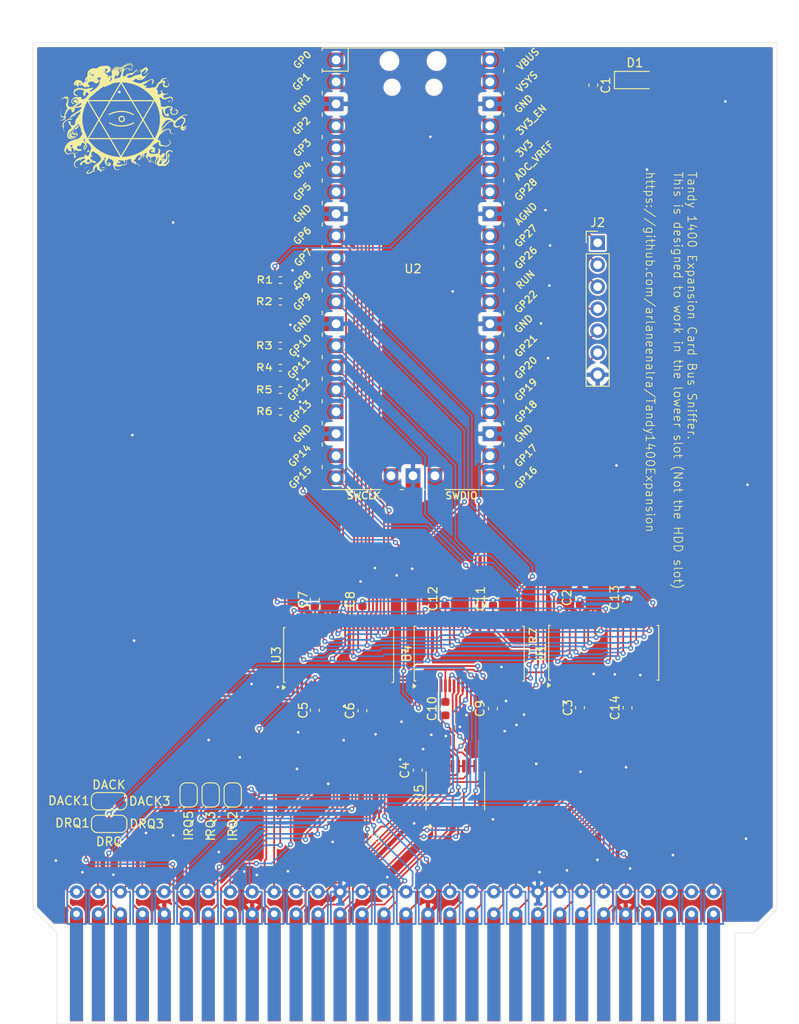
<source format=kicad_pcb>
(kicad_pcb (version 20240108) (generator "pcbnew") (generator_version "8.0")
  (layers (0 "F.Cu" signal) (31 "B.Cu" signal) (34 "B.Paste" user) (35 "F.Paste" user) (36 "B.SilkS" user "B.Silkscreen") (37 "F.SilkS" user "F.Silkscreen") (38 "B.Mask" user) (39 "F.Mask" user) (44 "Edge.Cuts" user))
  (property "TITLE" "Tandy 1400 Expansion Card")
  (net 0 "")
  (net 1 "Net-(J1-A11)")
  (net 2 "ADR18")
  (net 3 "Net-(J1-A8)")
  (net 4 "Net-(D1-K)")
  (net 5 "Net-(J1-A14)")
  (net 6 "Net-(J1-A3)")
  (net 7 "TC")
  (net 9 "GND")
  (net 10 "ADR17")
  (net 11 "Net-(J1-A6)")
  (net 12 "ADR19")
  (net 14 "ALE")
  (net 15 "IOREADY")
  (net 16 "EMW")
  (net 17 "Net-(J1-A15)")
  (net 18 "Net-(J1-A7)")
  (net 20 "DR3")
  (net 21 "Net-(J1-A12)")
  (net 22 "RESET")
  (net 23 "ECLK")
  (net 24 "IRQ3")
  (net 25 "Net-(J1-A9)")
  (net 26 "IRQ2")
  (net 27 "Net-(J1-A10)")
  (net 29 "Net-(J1-A0)")
  (net 30 "LATCH_DATA")
  (net 31 "Net-(J1-A13)")
  (net 32 "ADR16")
  (net 33 "DACK1")
  (net 34 "DACK3")
  (net 35 "Net-(J1-A2)")
  (net 36 "OE_LATCH")
  (net 37 "EIW")
  (net 38 "GPIO20")
  (net 39 "5V")
  (net 40 "Net-(J1-A5)")
  (net 41 "EMR")
  (net 43 "IRQ5")
  (net 45 "GPIO27")
  (net 46 "EIR")
  (net 48 "Net-(J1-A1)")
  (net 49 "AEN")
  (net 50 "DR1")
  (net 51 "Net-(J1-A4)")
  (net 52 "A6")
  (net 53 "3.3V")
  (net 54 "A3")
  (net 55 "A1")
  (net 56 "A0")
  (net 57 "A4")
  (net 58 "A2")
  (net 59 "BANK1")
  (net 60 "A7")
  (net 61 "BANK0")
  (net 62 "A5")
  (net 63 "GPIO28")
  (net 64 "D0")
  (net 65 "D6")
  (net 66 "D5")
  (net 69 "D2")
  (net 70 "GPIO26")
  (net 71 "GPIO21")
  (net 72 "D7")
  (net 73 "LIOREADY")
  (net 75 "D3")
  (net 76 "GPIO22")
  (net 77 "D4")
  (net 79 "LDRQ")
  (net 81 "LIRQ")
  (net 82 "D1")
  (net 84 "BANK3")
  (net 85 "BANK2")
  (net 86 "OE_DATA")
  (net 87 "DIR_DATA")
  (net 88 "OE_REQ")
  (net 89 "DIR_REQ")
  (net 90 "DACK")
  (net 91 "DRQ")
  (net 92 "IRQ")
  (footprint "Capacitor_SMD:C_0603_1608Metric" (layer "F.Cu") (at 147.65 86.7875 90)
    (property "Reference" "C7")
    (property "Value" "0.1uF")
  )
  (footprint "Resistor_SMD:R_0402_1005Metric" (layer "F.Cu") (at 143.68 52.4)
    (property "Reference" "R2")
    (property "Value" "10k")
  )
  (footprint "Capacitor_SMD:C_0603_1608Metric" (layer "F.Cu") (at 162.75 86.7 90)
    (property "Reference" "C12")
    (property "Value" "0.1uF")
  )
  (footprint "Capacitor_SMD:C_0603_1608Metric" (layer "F.Cu") (at 168.25 86.7 90)
    (property "Reference" "C11")
    (property "Value" "0.1uF")
  )
  (footprint "Capacitor_SMD:C_0603_1608Metric" (layer "F.Cu") (at 183.805375 86.582125 90)
    (property "Reference" "C13")
    (property "Value" "0.1uF")
  )
  (footprint "Connector_PinHeader_2.54mm:PinHeader_1x07_P2.54mm_Vertical" (layer "F.Cu") (at 180.35 45.59)
    (property "Reference" "J2")
    (property "Value" "EXTRA_GPIO")
  )
  (footprint "Capacitor_SMD:C_0603_1608Metric" (layer "F.Cu") (at 178.305375 86.582125 90)
    (property "Reference" "C2")
    (property "Value" "0.1uF")
  )
  (footprint "Jumper:SolderJumper-2_P1.3mm_Open_RoundedPad1.0x1.5mm" (layer "F.Cu") (at 138.16 109.37 90)
    (property "Reference" "JP6" (hide yes))
    (property "Value" "IRQ2")
  )
  (footprint "Jumper:SolderJumper-2_P1.3mm_Open_RoundedPad1.0x1.5mm" (layer "F.Cu") (at 133.06 109.37 90)
    (property "Reference" "JP3" (hide yes))
    (property "Value" "IRQ5")
  )
  (footprint "Resistor_SMD:R_0402_1005Metric" (layer "F.Cu") (at 143.675 60.025)
    (property "Reference" "R4")
    (property "Value" "10k")
  )
  (footprint "Capacitor_SMD:C_0603_1608Metric" (layer "F.Cu") (at 183.805375 99.294625 -90)
    (property "Reference" "C14")
    (property "Value" "0.1uF")
  )
  (footprint "TandyParts:TANDY_1400_EXPANSION_1" (layer "F.Cu") (at 154.582 119.298)
    (property "Reference" "J1")
    (property "Value" "~")
    (fp_line (start -36.744 6.01) (end -39.494645 3.259355) (stroke (width 0.05)) (layer "Edge.Cuts"))
    (fp_line (start -36.744 16.51) (end -36.744 6.01) (stroke (width 0.05)) (layer "Edge.Cuts"))
    (fp_line (start 41.656 6.01) (end 43.756 6.01) (stroke (width 0.05)) (layer "Edge.Cuts"))
    (fp_line (start 41.656 16.51) (end -36.744 16.51) (stroke (width 0.05)) (layer "Edge.Cuts"))
    (fp_line (start 41.656 16.51) (end 41.656 6.01) (stroke (width 0.05)) (layer "Edge.Cuts"))
    (fp_line (start 43.756 6.01) (end 46.506645 3.259355) (stroke (width 0.05)) (layer "Edge.Cuts"))
  )
  (footprint "Diode_SMD:D_SOD-123" (layer "F.Cu") (at 184.65 26.8)
    (property "Reference" "D1")
    (property "Value" "1N5817W")
  )
  (footprint "Capacitor_SMD:C_0603_1608Metric" (layer "F.Cu") (at 179.85 27.4 -90)
    (property "Reference" "C1")
    (property "Value" "0.1uF")
  )
  (footprint "Package_SO:TSSOP-20_4.4x6.5mm_P0.65mm" (layer "F.Cu") (at 163.9 108.9 90)
    (property "Reference" "U5")
    (property "Value" "74HCT373")
  )
  (footprint "Jumper:SolderJumper-3_P1.3mm_Bridged2Bar12_RoundedPad1.0x1.5mm_NumberLabels" (layer "F.Cu") (at 123.86 110.09)
    (property "Reference" "JP2" (hide yes))
    (property "Value" "DACK")
  )
  (footprint "Package_SO:TSSOP-48_6.1x12.5mm_P0.5mm" (layer "F.Cu") (at 165.5 93.05 90)
    (property "Reference" "U4")
    (property "Value" "74ALVC164245")
  )
  (footprint "Jumper:SolderJumper-2_P1.3mm_Bridged_RoundedPad1.0x1.5mm" (layer "F.Cu") (at 135.61 109.37 90)
    (property "Reference" "JP4" (hide yes))
    (property "Value" "IRQ3")
  )
  (footprint "Capacitor_SMD:C_0603_1608Metric" (layer "F.Cu") (at 153.15 99.6375 -90)
    (property "Reference" "C6")
    (property "Value" "0.1uF")
  )
  (footprint "Resistor_SMD:R_0402_1005Metric" (layer "F.Cu") (at 143.665 57.475)
    (property "Reference" "R3")
    (property "Value" "10k")
  )
  (footprint "MCU_RaspberryPi_and_Boards:RPi_Pico_SMD_TH" (layer "F.Cu") (at 159 48.6)
    (property "Reference" "U2")
    (property "Value" "Pico")
  )
  (footprint "Resistor_SMD:R_0402_1005Metric" (layer "F.Cu") (at 143.675 49.9)
    (property "Reference" "R1")
    (property "Value" "10k")
  )
  (footprint "Resistor_SMD:R_0402_1005Metric" (layer "F.Cu") (at 172.84 92.8 -90)
    (property "Reference" "R7")
    (property "Value" "10k")
  )
  (footprint "Capacitor_SMD:C_0603_1608Metric" (layer "F.Cu") (at 159.55 106.5125 -90)
    (property "Reference" "C4")
    (property "Value" "0.1uF")
  )
  (footprint "Package_SO:TSSOP-48_6.1x12.5mm_P0.5mm" (layer "F.Cu") (at 181.055375 92.944625 90)
    (property "Reference" "U1")
    (property "Value" "74ALVC164245")
  )
  (footprint "Capacitor_SMD:C_0603_1608Metric" (layer "F.Cu") (at 147.65 99.5875 -90)
    (property "Reference" "C5")
    (property "Value" "0.1uF")
  )
  (footprint "Capacitor_SMD:C_0603_1608Metric" (layer "F.Cu") (at 178.305375 99.294625 -90)
    (property "Reference" "C3")
    (property "Value" "0.1uF")
  )
  (footprint "Resistor_SMD:R_0402_1005Metric" (layer "F.Cu") (at 143.675 62.6)
    (property "Reference" "R5")
    (property "Value" "10k")
  )
  (footprint "Capacitor_SMD:C_0603_1608Metric" (layer "F.Cu") (at 162.75 99.4 -90)
    (property "Reference" "C10")
    (property "Value" "0.1uF")
  )
  (footprint "Capacitor_SMD:C_0603_1608Metric" (layer "F.Cu") (at 168.25 99.4 -90)
    (property "Reference" "C9")
    (property "Value" "0.1uF")
  )
  (footprint "Logo:Logo-15mm" (layer "F.Cu") (at 125.52 31.24)
    (property "Reference" "G***" (hide yes))
    (property "Value" "LOGO" (hide yes))
  )
  (footprint "Capacitor_SMD:C_0603_1608Metric" (layer "F.Cu") (at 153.15 86.7875 90)
    (property "Reference" "C8")
    (property "Value" "0.1uF")
  )
  (footprint "Package_SO:TSSOP-48_6.1x12.5mm_P0.5mm" (layer "F.Cu") (at 150.4 93.2 90)
    (property "Reference" "U3")
    (property "Value" "74ALVC164245")
  )
  (footprint "Resistor_SMD:R_0402_1005Metric" (layer "F.Cu") (at 143.675 65.1)
    (property "Reference" "R6")
    (property "Value" "10k")
  )
  (footprint "Jumper:SolderJumper-3_P1.3mm_Bridged2Bar12_RoundedPad1.0x1.5mm_NumberLabels" (layer "F.Cu") (at 123.87 112.71)
    (property "Reference" "JP1" (hide yes))
    (property "Value" "DRQ")
  )
  (gr_line (start 153.15 98.7) (end 153.15 96.85) (stroke (width 0.2)) (layer "F.Cu") (net 39))
  (gr_line (start 153.15 96.85) (end 153.15 96.2) (stroke (width 0.2)) (layer "F.Cu") (net 39))
  (gr_line (start 162.75 96.1) (end 162.75 94.9) (stroke (width 0.2)) (layer "F.Cu") (net 39))
  (gr_line (start 147.7 98.7) (end 147.7 96.85) (stroke (width 0.2)) (layer "F.Cu") (net 39))
  (gr_line (start 147.69 87.58) (end 147.69 89.65) (stroke (width 0.2)) (layer "F.Cu") (net 53))
  (gr_line (start 201.08879 122.55) (end 201.08879 22.5) (stroke (width 0.05)) (layer "Edge.Cuts"))
  (gr_line (start 115.087355 122.557355) (end 115.05 122.52) (stroke (width 0.05)) (layer "Edge.Cuts"))
  (gr_line (start 115.05 22.5) (end 115.05 122.52) (stroke (width 0.05)) (layer "Edge.Cuts"))
  (gr_line (start 201.09 22.5) (end 115.05 22.5) (stroke (width 0.05)) (layer "Edge.Cuts"))
  (gr_text "DRQ1" (at 119.62 112.61 0) (layer "F.SilkS") (effects (font (size 1 1))))
  (gr_text "DRQ3" (at 128.22 112.71 0) (layer "F.SilkS") (effects (font (size 1 1))))
  (gr_text "DACK1" (at 119.21 110.04 0) (layer "F.SilkS") (effects (font (size 1 1))))
  (gr_text "DACK3" (at 128.56 110.09 0) (layer "F.SilkS") (effects (font (size 1 1))))
  (gr_text "Tandy 1400 Expansion Card Bus Sniffer.\nThis is designed to work in the loweer slot (Not the HDD slot)\n\nhttps://github.com/arlaneenalra/Tandy1400Expansion" (at 185.84 37.31 -90) (layer "F.SilkS") (effects (font (size 1 1) (thickness 0.1)) (justify left bottom)))
  (segment (start 179.080375 98.070929) (end 178.805375 97.795929) (width 0.2) (layer "F.Cu") (net 1))
  (segment (start 178.805375 97.795929) (end 178.805375 96.657125) (width 0.2) (layer "F.Cu") (net 1))
  (segment (start 179.080375 109.829625) (end 179.080375 98.070929) (width 0.2) (layer "F.Cu") (net 1))
  (segment (start 168.35 120.56) (end 179.080375 109.829625) (width 0.2) (layer "F.Cu") (net 1))
  (segment (start 154.33 101.780761) (end 154.02 102.090761) (width 0.2) (layer "F.Cu") (net 2))
  (segment (start 154.15 96.9125) (end 154.15 98.073118) (width 0.2) (layer "F.Cu") (net 2))
  (segment (start 154.33 98.253118) (end 154.33 101.780761) (width 0.2) (layer "F.Cu") (net 2))
  (segment (start 154.15 98.073118) (end 154.33 98.253118) (width 0.2) (layer "F.Cu") (net 2))
  (segment (start 154.02 112.462109) (end 154.466671 112.90878) (width 0.2) (layer "F.Cu") (net 2))
  (segment (start 154.02 102.090761) (end 154.02 112.462109) (width 0.2) (layer "F.Cu") (net 2))
  (via (at 154.466671 112.90878) (size 0.6) (drill 0.3) (layers "F.Cu" "B.Cu") (net 2))
  (segment (start 158.951999 119.798001) (end 158.951999 118.231238) (width 0.2) (layer "B.Cu") (net 2))
  (segment (start 154.466671 113.74591) (end 154.466671 112.90878) (width 0.2) (layer "B.Cu") (net 2))
  (segment (start 158.19 120.56) (end 158.951999 119.798001) (width 0.2) (layer "B.Cu") (net 2))
  (segment (start 158.951999 118.231238) (end 154.466671 113.74591) (width 0.2) (layer "B.Cu") (net 2))
  (segment (start 172.368 121.392) (end 172.368 118.402001) (width 0.2) (layer "F.Cu") (net 3))
  (segment (start 172.368 118.402001) (end 180.805375 109.964626) (width 0.2) (layer "F.Cu") (net 3))
  (segment (start 180.805375 109.964626) (end 180.805375 96.657125) (width 0.2) (layer "F.Cu") (net 3))
  (segment (start 170.89 122.87) (end 172.368 121.392) (width 0.2) (layer "F.Cu") (net 3))
  (segment (start 167.89 27.01) (end 179.465 27.01) (width 0.2) (layer "F.Cu") (net 4))
  (segment (start 179.465 27.01) (end 179.85 26.625) (width 0.2) (layer "F.Cu") (net 4))
  (segment (start 179.425 27.05) (end 179.85 26.625) (width 0.2) (layer "F.Cu") (net 4))
  (segment (start 179.85 26.625) (end 182.825 26.625) (width 0.2) (layer "F.Cu") (net 4))
  (segment (start 175.830375 107.589625) (end 175.830375 98.356759) (width 0.2) (layer "F.Cu") (net 5))
  (segment (start 175.830375 98.356759) (end 176.305375 97.881759) (width 0.2) (layer "F.Cu") (net 5))
  (segment (start 176.305375 97.881759) (end 176.305375 96.657125) (width 0.2) (layer "F.Cu") (net 5))
  (segment (start 164.748 118.672) (end 175.830375 107.589625) (width 0.2) (layer "F.Cu") (net 5))
  (segment (start 164.748 121.622) (end 164.748 118.672) (width 0.2) (layer "F.Cu") (net 5))
  (segment (start 163.27 123.1) (end 164.748 121.622) (width 0.2) (layer "F.Cu") (net 5))
  (segment (start 184.205375 100.893321) (end 184.580375 100.518321) (width 0.2) (layer "F.Cu") (net 6))
  (segment (start 184.205375 109.438939) (end 184.205375 106.513864) (width 0.2) (layer "F.Cu") (net 6))
  (segment (start 184.205375 106.513864) (end 184.28 106.439239) (width 0.2) (layer "F.Cu") (net 6))
  (segment (start 184.580375 100.518321) (end 184.580375 98.07093) (width 0.2) (layer "F.Cu") (net 6))
  (segment (start 184.28 106.439239) (end 184.28 105.900761) (width 0.2) (layer "F.Cu") (net 6))
  (segment (start 179.572 122.038) (end 179.572 114.072314) (width 0.2) (layer "F.Cu") (net 6))
  (segment (start 184.28 105.900761) (end 184.205375 105.826136) (width 0.2) (layer "F.Cu") (net 6))
  (segment (start 184.305375 97.79593) (end 184.305375 96.657125) (width 0.2) (layer "F.Cu") (net 6))
  (segment (start 178.51 123.1) (end 179.572 122.038) (width 0.2) (layer "F.Cu") (net 6))
  (segment (start 179.572 114.072314) (end 184.205375 109.438939) (width 0.2) (layer "F.Cu") (net 6))
  (segment (start 184.205375 105.826136) (end 184.205375 100.893321) (width 0.2) (layer "F.Cu") (net 6))
  (segment (start 184.580375 98.07093) (end 184.305375 97.79593) (width 0.2) (layer "F.Cu") (net 6))
  (segment (start 146.59 113.905686) (end 146.59 114.52) (width 0.2) (layer "F.Cu") (net 7))
  (segment (start 149.85 107.810761) (end 149.85 110.645686) (width 0.2) (layer "F.Cu") (net 7))
  (segment (start 149.65 96.9125) (end 149.65 107.610761) (width 0.2) (layer "F.Cu") (net 7))
  (segment (start 149.85 110.645686) (end 146.59 113.905686) (width 0.2) (layer "F.Cu") (net 7))
  (segment (start 149.65 107.610761) (end 149.85 107.810761) (width 0.2) (layer "F.Cu") (net 7))
  (via (at 146.59 114.52) (size 0.6) (drill 0.3) (layers "F.Cu" "B.Cu") (net 7))
  (segment (start 137.87 118.615075) (end 142.095075 114.39) (width 0.2) (layer "B.Cu") (net 7))
  (segment (start 146.46 114.39) (end 146.59 114.52) (width 0.2) (layer "B.Cu") (net 7))
  (segment (start 137.87 120.56) (end 137.87 118.615075) (width 0.2) (layer "B.Cu") (net 7))
  (segment (start 142.095075 114.39) (end 146.46 114.39) (width 0.2) (layer "B.Cu") (net 7))
  (segment (start 185.305375 96.657125) (end 185.305375 95.545375) (width 0.2) (layer "F.Cu") (net 9))
  (segment (start 154.78 83.34) (end 154.6 83.16) (width 0.2) (layer "F.Cu") (net 9))
  (segment (start 151.65 96.9125) (end 150.65 96.9125) (width 0.2) (layer "F.Cu") (net 9))
  (segment (start 154.65 89.4875) (end 154.65 88.480001) (width 0.2) (layer "F.Cu") (net 9))
  (segment (start 176.72 98.386373) (end 176.480375 98.625998) (width 0.2) (layer "F.Cu") (net 9))
  (segment (start 164.25 96.7625) (end 164.25 97.61) (width 0.2) (layer "F.Cu") (net 9))
  (segment (start 176.72 97.73) (end 176.72 98.386373) (width 0.2) (layer "F.Cu") (net 9))
  (segment (start 139.348 122.038) (end 139.348 118.362) (width 0.2) (layer "F.Cu") (net 9))
  (segment (start 184.652 118.420944) (end 184.100721 117.869665) (width 0.2) (layer "F.Cu") (net 9))
  (segment (start 167.75 96.7625) (end 167.75 97.53241) (width 0.2) (layer "F.Cu") (net 9))
  (segment (start 144.65 96.9125) (end 143.3825 96.9125) (width 0.2) (layer "F.Cu") (net 9))
  (segment (start 154.65 88.480001) (end 154.78 88.350001) (width 0.2) (layer "F.Cu") (net 9))
  (segment (start 183.805375 100.069625) (end 183.805375 100.727635) (width 0.2) (layer "F.Cu") (net 9))
  (segment (start 182.305375 95.474625) (end 182.34 95.44) (width 0.2) (layer "F.Cu") (net 9))
  (segment (start 163.99 97.87) (end 163.99 101.07) (width 0.2) (layer "F.Cu") (net 9))
  (segment (start 154.65 96.9125) (end 154.65 97.74241) (width 0.2) (layer "F.Cu") (net 9))
  (segment (start 182.305375 96.657125) (end 182.305375 95.474625) (width 0.2) (layer "F.Cu") (net 9))
  (segment (start 161.2 102.34) (end 161.12 102.42) (width 0.2) (layer "F.Cu") (net 9))
  (segment (start 167.75 93.11) (end 169.23 94.59) (width 0.2) (layer "F.Cu") (net 9))
  (segment (start 139.348 118.362) (end 139.5 118.21) (width 0.2) (layer "F.Cu") (net 9))
  (segment (start 176.77 97.68) (end 176.72 97.73) (width 0.2) (layer "F.Cu") (net 9))
  (segment (start 152.94 85.8025) (end 152.94 84.71) (width 0.2) (layer "F.Cu") (net 9))
  (segment (start 154.78 88.350001) (end 154.78 83.34) (width 0.2) (layer "F.Cu") (net 9))
  (segment (start 185.305375 95.545375) (end 185.28 95.52) (width 0.2) (layer "F.Cu") (net 9))
  (segment (start 143.3825 96.9125) (end 143.37 96.9) (width 0.2) (layer "F.Cu") (net 9))
  (segment (start 168.75 96.7625) (end 170.75 96.7625) (width 0.2) (layer "F.Cu") (net 9))
  (segment (start 183.63 100.90301) (end 183.63 106.17) (width 0.2) (layer "F.Cu") (net 9))
  (segment (start 183.59 123.1) (end 184.652 122.038) (width 0.2) (layer "F.Cu") (net 9))
  (segment (start 166.75 89.3375) (end 166.75 90.82) (width 0.2) (layer "F.Cu") (net 9))
  (segment (start 184.652 122.038) (end 184.652 118.420944) (width 0.2) (layer "F.Cu") (net 9))
  (segment (start 149.23 108.05) (end 149.2 108.08) (width 0.2) (layer "F.Cu") (net 9))
  (segment (start 168.75 89.3375) (end 170.75 89.3375) (width 0.2) (layer "F.Cu") (net 9))
  (segment (start 176.77 96.6925) (end 176.77 97.68) (width 0.2) (layer "F.Cu") (net 9))
  (segment (start 149.15 96.9125) (end 149.15 97.957432) (width 0.2) (layer "F.Cu") (net 9))
  (segment (start 179.805375 96.657125) (end 179.805375 95.474625) (width 0.2) (layer "F.Cu") (net 9))
  (segment (start 154.73 102.3) (end 154.67 102.36) (width 0.2) (layer "F.Cu") (net 9))
  (segment (start 162.350433 100.574567) (end 162.350433 102.360433) (width 0.2) (layer "F.Cu") (net 9))
  (segment (start 154.65 97.74241) (end 154.73 97.82241) (width 0.2) (layer "F.Cu") (net 9))
  (segment (start 149.15 97.957432) (end 149.23 98.037432) (width 0.2) (layer "F.Cu") (net 9))
  (segment (start 166.75 90.82) (end 166.74 90.83) (width 0.2) (layer "F.Cu") (net 9))
  (segment (start 166.75 96.7625) (end 166.75 98.39) (width 0.2) (layer "F.Cu") (net 9))
  (segment (start 154.73 97.82241) (end 154.73 102.3) (width 0.2) (layer "F.Cu") (net 9))
  (segment (start 179.805375 95.474625) (end 179.89 95.39) (width 0.2) (layer "F.Cu") (net 9))
  (segment (start 162.75 100.175) (end 162.350433 100.574567) (width 0.2) (layer "F.Cu") (net 9))
  (segment (start 167.75 97.53241) (end 166.94 98.34241) (width 0.2) (layer "F.Cu") (net 9))
  (segment (start 163.99 101.07) (end 164.42 101.5) (width 0.2) (layer "F.Cu") (net 9))
  (segment (start 161.2 96.8125) (end 161.2 102.34) (width 0.2) (layer "F.Cu") (net 9))
  (segment (start 166.75 98.39) (end 166.94 98.58) (width 0.2) (layer "F.Cu") (net 9))
  (segment (start 167.75 89.3375) (end 167.75 93.11) (width 0.2) (layer "F.Cu") (net 9))
  (segment (start 162.350433 102.360433) (end 162.55 102.56) (width 0.2) (layer "F.Cu") (net 9))
  (segment (start 183.805375 100.727635) (end 183.63 100.90301) (width 0.2) (layer "F.Cu") (net 9))
  (segment (start 149.23 98.037432) (end 149.23 108.05) (width 0.2) (layer "F.Cu") (net 9))
  (segment (start 166.94 98.34241) (end 166.94 98.58) (width 0.2) (layer "F.Cu") (net 9))
  (segment (start 164.25 97.61) (end 163.99 97.87) (width 0.2) (layer "F.Cu") (net 9))
  (segment (start 140.41 123.1) (end 139.348 122.038) (width 0.2) (layer "F.Cu") (net 9))
  (segment (start 162.55 102.56) (end 162.8 102.56) (width 0.2) (layer "F.Cu") (net 9))
  (via (at 120.78 118.3) (size 0.6) (drill 0.3) (layers "F.Cu" "B.Cu") (net 9))
  (via (at 126.56 67.8) (size 0.6) (drill 0.3) (layers "F.Cu" "B.Cu") (net 9))
  (via (at 125.05 28.18) (size 0.6) (drill 0.3) (layers "F.Cu" "B.Cu") (net 9))
  (via (at 182.53 71.31) (size 0.6) (drill 0.3) (layers "F.Cu" "B.Cu") (net 9))
  (via (at 126.76 91.55) (size 0.6) (drill 0.3) (layers "F.Cu" "B.Cu") (net 9))
  (via (at 173.79 54.91) (size 0.6) (drill 0.3) (layers "F.Cu" "B.Cu") (net 9))
  (via (at 174.62 58.92) (size 0.6) (drill 0.3) (layers "F.Cu" "B.Cu") (net 9))
  (via (at 169.6 102) (size 0.6) (drill 0.3) (layers "F.Cu" "B.Cu") (net 9))
  (via (at 157.52 105.27) (size 0.6) (drill 0.3) (layers "F.Cu" "B.Cu") (net 9))
  (via (at 185.28 95.52) (size 0.6) (drill 0.3) (layers "F.Cu" "B.Cu") (net 9))
  (via (at 144.82 55.06) (size 0.6) (drill 0.3) (layers "F.Cu" "B.Cu") (net 9))
  (via (at 158.91 83.24) (size 0.6) (drill 0.3) (layers "F.Cu" "B.Cu") (net 9))
  (via (at 149.2 108.08) (size 0.6) (drill 0.3) (layers "F.Cu" "B.Cu") (net 9))
  (via (at 176.480375 98.625998) (size 0.6) (drill 0.3) (layers "F.Cu" "B.Cu") (net 9))
  (via (at 145.72 58.65) (size 0.6) (drill 0.3) (layers "F.Cu" "B.Cu") (net 9))
  (via (at 180.32 116.86) (size 0.6) (drill 0.3) (layers "F.Cu" "B.Cu") (net 9))
  (via (at 160.17 104.08) (size 0.6) (drill 0.3) (layers "F.Cu" "B.Cu") (net 9))
  (via (at 144.54 118.18) (size 0.6) (drill 0.3) (layers "F.Cu" "B.Cu") (net 9))
  (via (at 197.5 114.42) (size 0.6) (drill 0.3) (layers "F.Cu" "B.Cu") (net 9))
  (via (at 189.06 116.32) (size 0.6) (drill 0.3) (layers "F.Cu" "B.Cu") (net 9))
  (via (at 163.58 51.21) (size 0.6) (drill 0.3) (layers "F.Cu" "B.Cu") (net 9))
  (via (at 135.33 114.24) (size 0.6) (drill 0.3) (layers "F.Cu" "B.Cu") (net 9))
  (via (at 159.14 112.65) (size 0.6) (drill 0.3) (layers "F.Cu" "B.Cu") (net 9))
  (via (at 176.8 118.08) (size 0.6) (drill 0.3) (layers "F.Cu" "B.Cu") (net 9))
  (via (at 136.55 115.96) (size 0.6) (drill 0.3) (layers "F.Cu" "B.Cu") (net 9))
  (via (at 164.42 101.5) (size 0.6) (drill 0.3) (layers "F.Cu" "B.Cu") (net 9))
  (via (at 178.37 106.68) (size 0.6) (drill 0.3) (layers "F.Cu" "B.Cu") (net 9))
  (via (at 170.97 101.29) (size 0.6) (drill 0.3) (layers "F.Cu" "B.Cu") (net 9))
  (via (at 117.7 116.95) (size 0.6) (drill 0.3) (layers "F.Cu" "B.Cu") (net 9))
  (via (at 171.84 100.09) (size 0.6) (drill 0.3) (layers "F.Cu" "B.Cu") (net 9))
  (via (at 166.94 98.58) (size 0.6) (drill 0.3) (layers "F.Cu" "B.Cu") (net 9))
  (via (at 169.23 94.59) (size 0.6) (drill 0.3) (layers "F.Cu" "B.Cu") (net 9))
  (via (at 168.24 112.19) (size 0.6) (drill 0.3) (layers "F.Cu" "B.Cu") (net 9))
  (via (at 145.54 50.88) (size 0.6) (drill 0.3) (layers "F.Cu" "B.Cu") (net 9))
  (via (at 179.89 95.39) (size 0.6) (drill 0.3) (layers "F.Cu" "B.Cu") (net 9))
  (via (at 145.65 61.35) (size 0.6) (drill 0.3) (layers "F.Cu" "B.Cu") (net 9))
  (via (at 154.67 102.36) (size 0.6) (drill 0.3) (layers "F.Cu" "B.Cu") (net 9))
  (via (at 140.34 96.56) (size 0.6) (drill 0.3) (layers "F.Cu" "B.Cu") (net 9))
  (via (at 138.98 105.02) (size 0.6) (drill 0.3) (layers "F.Cu" "B.Cu") (net 9))
  (via (at 157.11 84) (size 0.6) (drill 0.3) (layers "F.Cu" "B.Cu") (net 9))
  (via (at 162.8 102.56) (size 0.6) (drill 0.3) (layers "F.Cu" "B.Cu") (net 9))
  (via (at 139.5 118.21) (size 0.6) (drill 0.3) (layers "F.Cu" "B.Cu") (net 9))
  (via (at 161.01 33.35) (size 0.6) (drill 0.3) (layers "F.Cu" "B.Cu") (net 9))
  (via (at 157.67 100.91) (size 0.6) (drill 0.3) (layers "F.Cu" "B.Cu") (net 9))
  (via (at 151.03 99.13) (size 0.6) (drill 0.3) (layers "F.Cu" "B.Cu") (net 9))
  (via (at 145.59 106.35) (size 0.6) (drill 0.3) (layers "F.Cu" "B.Cu") (net 9))
  (via (at 150.98 103.05) (size 0.6) (drill 0.3) (layers "F.Cu" "B.Cu") (net 9))
  (via (at 169.75 98.51) (size 0.6) (drill 0.3) (layers "F.Cu" "B.Cu") (net 9))
  (via (at 140.94 118.61) (size 0.6) (drill 0.3) (layers "F.Cu" "B.Cu") (net 9))
  (via (at 143.37 96.9) (size 0.6) (drill 0.3) (layers "F.Cu" "B.Cu") (net 9))
  (via (at 182.34 95.44) (size 0.6) (drill 0.3) (layers "F.Cu" "B.Cu") (net 9))
  (via (at 145.07 48.78) (size 0.6) (drill 0.3) (layers "F.Cu" "B.Cu") (net 9))
  (via (at 154.6 83.16) (size 0.6) (drill 0.3) (layers "F.Cu" "B.Cu") (net 9))
  (via (at 149.71 114.79) (size 0.6) (drill 0.3) (layers "F.Cu" "B.Cu") (net 9))
  (via (at 124.36 118.58) (size 0.6) (drill 0.3) (layers "F.Cu" "B.Cu") (net 9))
  (via (at 197.68 73.54) (size 0.6) (drill 0.3) (layers "F.Cu" "B.Cu") (net 9))
  (via (at 131.27 43.25) (size 0.6) (drill 0.3) (layers "F.Cu" "B.Cu") (net 9))
  (via (at 161.12 102.42) (size 0.6) (drill 0.3) (layers "F.Cu" "B.Cu") (net 9))
  (via (at 152.94 84.71) (size 0.6) (drill 0.3) (layers "F.Cu" "B.Cu") (net 9))
  (via (at 156.03 118.86) (size 0.6) (drill 0.3) (layers "F.Cu" "B.Cu") (net 9))
  (via (at 174.77 50.53) (size 0.6) (drill 0.3) (layers "F.Cu" "B.Cu") (net 9))
  (via (at 145.94 63.96) (size 0.6) (drill 0.3) (layers "F.Cu" "B.Cu") (net 9))
  (via (at 174.32 41.83) (size 0.6) (drill 0.3) (layers "F.Cu" "B.Cu") (net 9))
  (via (at 135.38 103.02) (size 0.6) (drill 0.3) (layers "F.Cu" "B.Cu") (net 9))
  (via (at 145.73 102.13) (size 0.6) (drill 0.3) (layers "F.Cu" "B.Cu") (net 9))
  (via (at 183.63 106.17) (size 0.6) (drill 0.3) (layers "F.Cu" "B.Cu") (net 9))
  (via (at 195.12 29.27) (size 0.6) (drill 0.3) (layers "F.Cu" "B.Cu") (net 9))
  (via (at 186.05 37.14) (size 0.6) (drill 0.3) (layers "F.Cu" "B.Cu") (net 9))
  (via (at 173.25 105.77) (size 0.6) (drill 0.3) (layers "F.Cu" "B.Cu") (net 9))
  (via (at 165.19 100.14) (size 0.6) (drill 0.3) (layers "F.Cu" "B.Cu") (net 9))
  (via (at 173.63 118.28) (size 0.6) (drill 0.3) (layers "F.Cu" "B.Cu") (net 9))
  (via (at 131.27 114.04) (size 0.6) (drill 0.3) (layers "F.Cu" "B.Cu") (net 9))
  (via (at 184.100721 117.869665) (size 0.6) (drill 0.3) (layers "F.Cu" "B.Cu") (net 9))
  (via (at 174.85 45.91) (size 0.6) (drill 0.3) (layers "F.Cu" "B.Cu") (net 9))
  (via (at 128.14 113.75) (size 0.6) (drill 0.3) (layers "F.Cu" "B.Cu") (net 9))
  (segment (start 155.32 102.090761) (end 155.32 111.310761) (width 0.2) (layer "F.Cu") (net 10))
  (segment (start 155.15 96.9125) (end 155.15 101.920761) (width 0.2) (layer "F.Cu") (net 10))
  (segment (start 159.5 121.79) (end 158.19 123.1) (width 0.2) (layer "F.Cu") (net 10))
  (segment (start 155.32 111.310761) (end 155.073281 111.55748) (width 0.2) (layer "F.Cu") (net 10))
  (segment (start 159.5 117.852844) (end 159.5 121.79) (width 0.2) (layer "F.Cu") (net 10))
  (segment (start 155.15 101.920761) (end 155.32 102.090761) (width 0.2) (layer "F.Cu") (net 10))
  (segment (start 155.073281 111.55748) (end 155.073281 112.337247) (width 0.2) (layer "F.Cu") (net 10))
  (segment (start 159.521422 117.831422) (end 159.5 117.852844) (width 0.2) (layer "F.Cu") (net 10))
  (via (at 159.521422 117.831422) (size 0.6) (drill 0.3) (layers "F.Cu" "B.Cu") (net 10))
  (via (at 155.073281 112.337247) (size 0.6) (drill 0.3) (layers "F.Cu" "B.Cu") (net 10))
  (segment (start 159.521422 116.631424) (end 155.227245 112.337247) (width 0.2) (layer "B.Cu") (net 10))
  (segment (start 155.227245 112.337247) (end 155.073281 112.337247) (width 0.2) (layer "B.Cu") (net 10))
  (segment (start 159.521422 117.831422) (end 159.521422 116.631424) (width 0.2) (layer "B.Cu") (net 10))
  (segment (start 181.805375 110.095998) (end 181.805375 96.657125) (width 0.2) (layer "F.Cu") (net 11))
  (segment (start 175.97 115.931373) (end 181.805375 110.095998) (width 0.2) (layer "F.Cu") (net 11))
  (segment (start 175.97 120.56) (end 175.97 115.931373) (width 0.2) (layer "F.Cu") (net 11))
  (segment (start 153.925 98.413804) (end 153.925 101.620075) (width 0.2) (layer "F.Cu") (net 12))
  (segment (start 157.951683 119.296422) (end 157.128 120.120105) (width 0.2) (layer "F.Cu") (net 12))
  (segment (start 153.65 98.138804) (end 153.925 98.413804) (width 0.2) (layer "F.Cu") (net 12))
  (segment (start 157.128 121.622) (end 155.65 123.1) (width 0.2) (layer "F.Cu") (net 12))
  (segment (start 153.65 96.9125) (end 153.65 98.138804) (width 0.2) (layer "F.Cu") (net 12))
  (segment (start 153.62 101.925075) (end 153.62 113.216931) (width 0.2) (layer "F.Cu") (net 12))
  (segment (start 153.925 101.620075) (end 153.62 101.925075) (width 0.2) (layer "F.Cu") (net 12))
  (segment (start 157.128 120.120105) (end 157.128 121.622) (width 0.2) (layer "F.Cu") (net 12))
  (segment (start 153.62 113.216931) (end 153.72238 113.319311) (width 0.2) (layer "F.Cu") (net 12))
  (segment (start 158.056422 119.296422) (end 157.951683 119.296422) (width 0.2) (layer "F.Cu") (net 12))
  (via (at 153.72238 113.319311) (size 0.6) (drill 0.3) (layers "F.Cu" "B.Cu") (net 12))
  (via (at 158.056422 119.296422) (size 0.6) (drill 0.3) (layers "F.Cu" "B.Cu") (net 12))
  (segment (start 153.72238 114.96238) (end 153.72238 113.319311) (width 0.2) (layer "B.Cu") (net 12))
  (segment (start 158.056422 119.296422) (end 153.72238 114.96238) (width 0.2) (layer "B.Cu") (net 12))
  (segment (start 151.975 110.005612) (end 148.895306 113.085306) (width 0.2) (layer "F.Cu") (net 14))
  (segment (start 135.33 123.1) (end 136.408 122.022) (width 0.2) (layer "F.Cu") (net 14))
  (segment (start 136.408 122.022) (end 136.408 117.882) (width 0.2) (layer "F.Cu") (net 14))
  (segment (start 151.975 98.248118) (end 151.975 110.005612) (width 0.2) (layer "F.Cu") (net 14))
  (segment (start 152.15 98.073118) (end 151.975 98.248118) (width 0.2) (layer "F.Cu") (net 14))
  (segment (start 152.15 96.9125) (end 152.15 98.073118) (width 0.2) (layer "F.Cu") (net 14))
  (segment (start 136.408 117.882) (end 136.6 117.69) (width 0.2) (layer "F.Cu") (net 14))
  (via (at 136.6 117.69) (size 0.6) (drill 0.3) (layers "F.Cu" "B.Cu") (net 14))
  (via (at 148.895306 113.085306) (size 0.6) (drill 0.3) (layers "F.Cu" "B.Cu") (net 14))
  (segment (start 136.6 117.689998) (end 136.6 117.69) (width 0.2) (layer "B.Cu") (net 14))
  (segment (start 148.895306 113.085306) (end 141.204692 113.085306) (width 0.2) (layer "B.Cu") (net 14))
  (segment (start 141.204692 113.085306) (end 136.6 117.689998) (width 0.2) (layer "B.Cu") (net 14))
  (segment (start 158.199239 95.71) (end 157.56 95.71) (width 0.2) (layer "F.Cu") (net 15))
  (segment (start 119.028 122.038) (end 120.09 123.1) (width 0.2) (layer "F.Cu") (net 15))
  (segment (start 166.487854 94.48) (end 159.429239 94.48) (width 0.2) (layer "F.Cu") (net 15))
  (segment (start 167.25 95.733367) (end 167.111271 95.594638) (width 0.2) (layer "F.Cu") (net 15))
  (segment (start 136.146123 95.11) (end 119.028 112.228123) (width 0.2) (layer "F.Cu") (net 15))
  (segment (start 156.96 95.11) (end 136.146123 95.11) (width 0.2) (layer "F.Cu") (net 15))
  (segment (start 157.56 95.71) (end 156.96 95.11) (width 0.2) (layer "F.Cu") (net 15))
  (segment (start 119.028 112.228123) (end 119.028 122.038) (width 0.2) (layer "F.Cu") (net 15))
  (segment (start 167.25 96.7625) (end 167.25 95.733367) (width 0.2) (layer "F.Cu") (net 15))
  (segment (start 159.429239 94.48) (end 158.199239 95.71) (width 0.2) (layer "F.Cu") (net 15))
  (via (at 167.111271 95.594638) (size 0.6) (drill 0.3) (layers "F.Cu" "B.Cu") (net 15))
  (via (at 166.487854 94.48) (size 0.6) (drill 0.3) (layers "F.Cu" "B.Cu") (net 15))
  (segment (start 166.487854 94.971221) (end 167.111271 95.594638) (width 0.2) (layer "B.Cu") (net 15))
  (segment (start 166.487854 94.48) (end 166.487854 94.971221) (width 0.2) (layer "B.Cu") (net 15))
  (segment (start 146.65 96.9125) (end 146.65 97.68241) (width 0.2) (layer "F.Cu") (net 16))
  (segment (start 141.85 116.969239) (end 141.85 122) (width 0.2) (layer "F.Cu") (net 16))
  (segment (start 141.85 122) (end 142.95 123.1) (width 0.2) (layer "F.Cu") (net 16))
  (segment (start 142.04 116.779239) (end 141.85 116.969239) (width 0.2) (layer "F.Cu") (net 16))
  (segment (start 146.65 97.68241) (end 142.04 102.29241) (width 0.2) (layer "F.Cu") (net 16))
  (segment (start 142.04 102.29241) (end 142.04 116.779239) (width 0.2) (layer "F.Cu") (net 16))
  (segment (start 163.27 120.56) (end 163.27 119.48237) (width 0.2) (layer "F.Cu") (net 17))
  (segment (start 163.27 119.48237) (end 175.430375 107.321995) (width 0.2) (layer "F.Cu") (net 17))
  (segment (start 175.805375 97.816073) (end 175.805375 96.657125) (width 0.2) (layer "F.Cu") (net 17))
  (segment (start 175.430375 107.321995) (end 175.430375 98.191073) (width 0.2) (layer "F.Cu") (net 17))
  (segment (start 175.430375 98.191073) (end 175.805375 97.816073) (width 0.2) (layer "F.Cu") (net 17))
  (segment (start 173.43 123.1) (end 174.492 122.038) (width 0.2) (layer "F.Cu") (net 18))
  (segment (start 174.492 116.843687) (end 181.305375 110.030312) (width 0.2) (layer "F.Cu") (net 18))
  (segment (start 181.305375 110.030312) (end 181.305375 96.657125) (width 0.2) (layer "F.Cu") (net 18))
  (segment (start 174.492 122.038) (end 174.492 116.843687) (width 0.2) (layer "F.Cu") (net 18))
  (segment (start 124.108 119.704105) (end 124.108 122.038) (width 0.2) (layer "F.Cu") (net 20))
  (segment (start 124.108 122.038) (end 125.17 123.1) (width 0.2) (layer "F.Cu") (net 20))
  (segment (start 125.17 112.71) (end 125.17 118.642105) (width 0.2) (layer "F.Cu") (net 20))
  (segment (start 125.17 118.642105) (end 124.108 119.704105) (width 0.2) (layer "F.Cu") (net 20))
  (segment (start 166.872 122.038) (end 165.81 123.1) (width 0.2) (layer "F.Cu") (net 21))
  (segment (start 177.52 98.061372) (end 177.52 109.888105) (width 0.2) (layer "F.Cu") (net 21))
  (segment (start 166.872 120.536105) (end 166.872 122.038) (width 0.2) (layer "F.Cu") (net 21))
  (segment (start 177.52 109.888105) (end 166.872 120.536105) (width 0.2) (layer "F.Cu") (net 21))
  (segment (start 177.805375 97.775997) (end 177.52 98.061372) (width 0.2) (layer "F.Cu") (net 21))
  (segment (start 177.805375 96.657125) (end 177.805375 97.775997) (width 0.2) (layer "F.Cu") (net 21))
  (segment (start 150.25 107.645075) (end 150.25 110.854314) (width 0.2) (layer "F.Cu") (net 22))
  (segment (start 150.15 107.545075) (end 150.25 107.645075) (width 0.2) (layer "F.Cu") (net 22))
  (segment (start 150.25 110.854314) (end 147.97 113.134314) (width 0.2) (layer "F.Cu") (net 22))
  (segment (start 147.97 113.134314) (end 147.97 113.87) (width 0.2) (layer "F.Cu") (net 22))
  (segment (start 150.15 96.9125) (end 150.15 107.545075) (width 0.2) (layer "F.Cu") (net 22))
  (via (at 147.97 113.87) (size 0.6) (drill 0.3) (layers "F.Cu" "B.Cu") (net 22))
  (segment (start 142.02 113.87) (end 135.33 120.56) (width 0.2) (layer "B.Cu") (net 22))
  (segment (start 147.97 113.87) (end 142.02 113.87) (width 0.2) (layer "B.Cu") (net 22))
  (segment (start 142.02 98.35) (end 126.648 113.722) (width 0.2) (layer "F.Cu") (net 23))
  (segment (start 145.65 97.748096) (end 145.048096 98.35) (width 0.2) (layer "F.Cu") (net 23))
  (segment (start 145.65 96.9125) (end 145.65 97.748096) (width 0.2) (layer "F.Cu") (net 23))
  (segment (start 126.648 113.722) (end 126.648 122.038) (width 0.2) (layer "F.Cu") (net 23))
  (segment (start 145.048096 98.35) (end 142.02 98.35) (width 0.2) (layer "F.Cu") (net 23))
  (segment (start 126.648 122.038) (end 127.71 123.1) (width 0.2) (layer "F.Cu") (net 23))
  (segment (start 134.5 111.13) (end 134.5 112.09) (width 0.2) (layer "F.Cu") (net 24))
  (segment (start 185.052 122.022) (end 185.052 117.912) (width 0.2) (layer "F.Cu") (net 24))
  (segment (start 186.13 123.1) (end 185.052 122.022) (width 0.2) (layer "F.Cu") (net 24))
  (segment (start 185.052 117.912) (end 183.34 116.2) (width 0.2) (layer "F.Cu") (net 24))
  (segment (start 135.61 110.02) (end 134.5 111.13) (width 0.2) (layer "F.Cu") (net 24))
  (via (at 183.34 116.2) (size 0.6) (drill 0.3) (layers "F.Cu" "B.Cu") (net 24))
  (via (at 134.5 112.09) (size 0.6) (drill 0.3) (layers "F.Cu" "B.Cu") (net 24))
  (segment (start 134.5 112.09) (end 154.240761 112.09) (width 0.2) (layer "B.Cu") (net 24))
  (segment (start 156.005202 110.325559) (end 176.655559 110.325559) (width 0.2) (layer "B.Cu") (net 24))
  (segment (start 176.655559 110.325559) (end 182.53 116.2) (width 0.2) (layer "B.Cu") (net 24))
  (segment (start 154.240761 112.09) (end 156.005202 110.325559) (width 0.2) (layer "B.Cu") (net 24))
  (segment (start 182.53 116.2) (end 183.34 116.2) (width 0.2) (layer "B.Cu") (net 24))
  (segment (start 180.305375 109.89894) (end 180.305375 96.657125) (width 0.2) (layer "F.Cu") (net 25))
  (segment (start 170.89 119.314315) (end 180.305375 109.89894) (width 0.2) (layer "F.Cu") (net 25))
  (segment (start 170.89 120.56) (end 170.89 119.314315) (width 0.2) (layer "F.Cu") (net 25))
  (segment (start 132.79 115.39) (end 132.79 120.56) (width 0.2) (layer "F.Cu") (net 26))
  (segment (start 138.16 110.02) (end 132.79 115.39) (width 0.2) (layer "F.Cu") (net 26))
  (segment (start 169.412 120.158) (end 179.480375 110.089625) (width 0.2) (layer "F.Cu") (net 27))
  (segment (start 179.480375 110.089625) (end 179.480375 97.602035) (width 0.2) (layer "F.Cu") (net 27))
  (segment (start 179.305375 97.427035) (end 179.305375 96.657125) (width 0.2) (layer "F.Cu") (net 27))
  (segment (start 169.412 122.038) (end 169.412 120.158) (width 0.2) (layer "F.Cu") (net 27))
  (segment (start 179.480375 97.602035) (end 179.305375 97.427035) (width 0.2) (layer "F.Cu") (net 27))
  (segment (start 168.35 123.1) (end 169.412 122.038) (width 0.2) (layer "F.Cu") (net 27))
  (segment (start 186.305375 109.534625) (end 186.305375 96.657125) (width 0.2) (layer "F.Cu") (net 29))
  (segment (start 182.141834 113.698166) (end 186.305375 109.534625) (width 0.2) (layer "F.Cu") (net 29))
  (segment (start 183.59 119.206335) (end 182.141834 117.758169) (width 0.2) (layer "F.Cu") (net 29))
  (segment (start 183.59 120.56) (end 183.59 119.206335) (width 0.2) (layer "F.Cu") (net 29))
  (segment (start 182.141834 117.758169) (end 182.141834 113.698166) (width 0.2) (layer "F.Cu") (net 29))
  (segment (start 170.84 66.5) (end 169.45 65.11) (width 0.2) (layer "F.Cu") (net 30))
  (segment (start 173.46 67.38) (end 172.58 66.5) (width 0.2) (layer "F.Cu") (net 30))
  (segment (start 173.46 94.31) (end 173.46 67.38) (width 0.2) (layer "F.Cu") (net 30))
  (segment (start 166.825 103.065) (end 173.23 96.66) (width 0.2) (layer "F.Cu") (net 30))
  (segment (start 166.825 106.0375) (end 166.825 103.065) (width 0.2) (layer "F.Cu") (net 30))
  (segment (start 173.23 94.54) (end 173.46 94.31) (width 0.2) (layer "F.Cu") (net 30))
  (segment (start 172.58 66.5) (end 170.84 66.5) (width 0.2) (layer "F.Cu") (net 30))
  (via (at 173.23 96.66) (size 0.6) (drill 0.3) (layers "F.Cu" "B.Cu") (net 30))
  (via (at 173.23 94.54) (size 0.6) (drill 0.3) (layers "F.Cu" "B.Cu") (net 30))
  (segment (start 173.23 96.66) (end 173.23 94.54) (width 0.2) (layer "B.Cu") (net 30))
  (segment (start 177.12 109.25) (end 177.12 97.895686) (width 0.2) (layer "F.Cu") (net 31))
  (segment (start 177.12 97.895686) (end 177.305375 97.710311) (width 0.2) (layer "F.Cu") (net 31))
  (segment (start 177.305375 97.710311) (end 177.305375 96.657125) (width 0.2) (layer "F.Cu") (net 31))
  (segment (start 165.81 120.56) (end 177.12 109.25) (width 0.2) (layer "F.Cu") (net 31))
  (segment (start 155.72 101.925075) (end 155.72 111.83) (width 0.2) (layer "F.Cu") (net 32))
  (segment (start 160.73 116.97) (end 160.56 116.8) (width 0.2) (layer "F.Cu") (net 32))
  (segment (start 155.65 96.9125) (end 155.65 101.855075) (width 0.2) (layer "F.Cu") (net 32))
  (segment (start 160.73 120.56) (end 160.73 116.97) (width 0.2) (layer "F.Cu") (net 32))
  (segment (start 155.65 101.855075) (end 155.72 101.925075) (width 0.2) (layer "F.Cu") (net 32))
  (via (at 155.72 111.83) (size 0.6) (drill 0.3) (layers "F.Cu" "B.Cu") (net 32))
  (via (at 160.56 116.8) (size 0.6) (drill 0.3) (layers "F.Cu" "B.Cu") (net 32))
  (segment (start 160.56 116.8) (end 155.72 111.96) (width 0.2) (layer "B.Cu") (net 32))
  (segment (start 155.72 111.96) (end 155.72 111.83) (width 0.2) (layer "B.Cu") (net 32))
  (segment (start 131.312 117.462) (end 131.312 121.622) (width 0.2) (layer "F.Cu") (net 33))
  (segment (start 122.56 110.09) (end 121.19 111.46) (width 0.2) (layer "F.Cu") (net 33))
  (segment (start 131.312 121.622) (end 132.79 123.1) (width 0.2) (layer "F.Cu") (net 33))
  (segment (start 131.22 117.37) (end 131.312 117.462) (width 0.2) (layer "F.Cu") (net 33))
  (segment (start 121.19 111.46) (end 121.19 116.86) (width 0.2) (layer "F.Cu") (net 33))
  (via (at 131.22 117.37) (size 0.6) (drill 0.3) (layers "F.Cu" "B.Cu") (net 33))
  (via (at 121.19 116.86) (size 0.6) (drill 0.3) (layers "F.Cu" "B.Cu") (net 33))
  (segment (start 121.23 116.86) (end 121.74 117.37) (width 0.2) (layer "B.Cu") (net 33))
  (segment (start 121.74 117.37) (end 131.22 117.37) (width 0.2) (layer "B.Cu") (net 33))
  (segment (start 121.19 116.86) (end 121.23 116.86) (width 0.2) (layer "B.Cu") (net 33))
  (segment (start 125.16 110.09) (end 125.980091 110.910091) (width 0.2) (layer "F.Cu") (net 34))
  (segment (start 125.980091 110.910091) (end 125.980091 119.749909) (width 0.2) (layer "F.Cu") (net 34))
  (segment (start 125.980091 119.749909) (end 125.17 120.56) (width 0.2) (layer "F.Cu") (net 34))
  (segment (start 185.06 97.984869) (end 184.805375 97.730244) (width 0.2) (layer "F.Cu") (net 35))
  (segment (start 181.05 120.56) (end 181.05 113.16) (width 0.2) (layer "F.Cu") (net 35))
  (segment (start 184.605375 101.084625) (end 185.06 100.63) (width 0.2) (layer "F.Cu") (net 35))
  (segment (start 184.805375 97.730244) (end 184.805375 96.657125) (width 0.2) (layer "F.Cu") (net 35))
  (segment (start 185.06 100.63) (end 185.06 97.984869) (width 0.2) (layer "F.Cu") (net 35))
  (segment (start 184.605375 105.660451) (end 184.605375 101.084625) (width 0.2) (layer "F.Cu") (net 35))
  (segment (start 184.68 105.735075) (end 184.605375 105.660451) (width 0.2) (layer "F.Cu") (net 35))
  (segment (start 184.605375 106.67955) (end 184.68 106.604925) (width 0.2) (layer "F.Cu") (net 35))
  (segment (start 181.05 113.16) (end 184.605375 109.604625) (width 0.2) (layer "F.Cu") (net 35))
  (segment (start 184.605375 109.604625) (end 184.605375 106.67955) (width 0.2) (layer "F.Cu") (net 35))
  (segment (start 184.68 106.604925) (end 184.68 105.735075) (width 0.2) (layer "F.Cu") (net 35))
  (segment (start 173.85 100.44) (end 173.85 96.07) (width 0.2) (layer "F.Cu") (net 36))
  (segment (start 160.975 111.7625) (end 160.975 110.565711) (width 0.2) (layer "F.Cu") (net 36))
  (segment (start 166.415 107.875) (end 173.85 100.44) (width 0.2) (layer "F.Cu") (net 36))
  (segment (start 160.975 110.565711) (end 163.665711 107.875) (width 0.2) (layer "F.Cu") (net 36))
  (segment (start 174.076174 67.196174) (end 174.076174 94.459412) (width 0.2) (layer "F.Cu") (net 36))
  (segment (start 163.665711 107.875) (end 166.415 107.875) (width 0.2) (layer "F.Cu") (net 36))
  (segment (start 169.45 62.57) (end 174.076174 67.196174) (width 0.2) (layer "F.Cu") (net 36))
  (via (at 173.85 96.07) (size 0.6) (drill 0.3) (layers "F.Cu" "B.Cu") (net 36))
  (via (at 174.076174 94.459412) (size 0.6) (drill 0.3) (layers "F.Cu" "B.Cu") (net 36))
  (segment (start 173.85 94.685586) (end 174.076174 94.459412) (width 0.2) (layer "B.Cu") (net 36))
  (segment (start 173.85 96.07) (end 173.85 94.685586) (width 0.2) (layer "B.Cu") (net 36))
  (segment (start 143.652476 112.142599) (end 143.652476 115.161328) (width 0.2) (layer "F.Cu") (net 37))
  (segment (start 148.43 107.365075) (end 143.652476 112.142599) (width 0.2) (layer "F.Cu") (net 37))
  (segment (start 148.15 98.088804) (end 148.43 98.368804) (width 0.2) (layer "F.Cu") (net 37))
  (segment (start 148.43 98.368804) (end 148.43 107.365075) (width 0.2) (layer "F.Cu") (net 37))
  (segment (start 148.15 96.9125) (end 148.15 98.088804) (width 0.2) (layer "F.Cu") (net 37))
  (via (at 143.652476 115.161328) (size 0.6) (drill 0.3) (layers "F.Cu" "B.Cu") (net 37))
  (segment (start 141.889433 115.161328) (end 143.652476 115.161328) (width 0.2) (layer "B.Cu") (net 37))
  (segment (start 140.1 120.25) (end 140.1 116.950761) (width 0.2) (layer "B.Cu") (net 37))
  (segment (start 140.1 116.950761) (end 141.889433 115.161328) (width 0.2) (layer "B.Cu") (net 37))
  (segment (start 178.61 60.03) (end 167.89 60.03) (width 0.2) (layer "F.Cu") (net 38))
  (segment (start 180.35 58.29) (end 178.61 60.03) (width 0.2) (layer "F.Cu") (net 38))
  (segment (start 178.35 94.9) (end 178.46 94.79) (width 0.2) (layer "F.Cu") (net 39))
  (segment (start 156.38241 95.875) (end 153.405 95.875) (width 0.2) (layer "F.Cu") (net 39))
  (segment (start 166.170761 95.08) (end 165.990761 94.9) (width 0.2) (layer "F.Cu") (net 39))
  (segment (start 166.79416 95.08) (end 166.170761 95.08) (width 0.2) (layer "F.Cu") (net 39))
  (segment (start 147.91759 95.875) (end 147.65 96.14259) (width 0.2) (layer "F.Cu") (net 39))
  (segment (start 160.975 106.0375) (end 159.85 106.0375) (width 0.2) (layer "F.Cu") (net 39))
  (segment (start 166.97416 94.9) (end 166.79416 95.08) (width 0.2) (layer "F.Cu") (net 39))
  (segment (start 162.75 95.99259) (end 162.75 96.7625) (width 0.2) (layer "F.Cu") (net 39))
  (segment (start 153.405 95.875) (end 153.15 96.13) (width 0.2) (layer "F.Cu") (net 39))
  (segment (start 137.97 112.81) (end 141.21 109.57) (width 0.2) (layer "F.Cu") (net 39))
  (segment (start 168.6 95.2) (end 168.3 94.9) (width 0.2) (layer "F.Cu") (net 39))
  (segment (start 158.99 105.1775) (end 158.99 99.070761) (width 0.2) (layer "F.Cu") (net 39))
  (segment (start 159.3 98.760761) (end 159.3 95.94259) (width 0.2) (layer "F.Cu") (net 39))
  (segment (start 183.74 94.79) (end 183.85 94.9) (width 0.2) (layer "F.Cu") (net 39))
  (segment (start 159.55 105.7375) (end 158.99 105.1775) (width 0.2) (layer "F.Cu") (net 39))
  (segment (start 168.3 94.9) (end 166.97416 94.9) (width 0.2) (layer "F.Cu") (net 39))
  (segment (start 193.55 94.9) (end 193.53 94.88) (width 0.2) (layer "F.Cu") (net 39))
  (segment (start 158.99 99.070761) (end 159.3 98.760761) (width 0.2) (layer "F.Cu") (net 39))
  (segment (start 178.05 95.2) (end 168.6 95.2) (width 0.2) (layer "F.Cu") (net 39))
  (segment (start 168.25 98.625) (end 168.25 96.7625) (width 0.2) (layer "F.Cu") (net 39))
  (segment (start 183.85 94.9) (end 193.55 94.9) (width 0.2) (layer "F.Cu") (net 39))
  (segment (start 153.15 96.13) (end 152.895 95.875) (width 0.2) (layer "F.Cu") (net 39))
  (segment (start 183.805375 96.657125) (end 183.805375 94.944625) (width 0.2) (layer "F.Cu") (net 39))
  (segment (start 153.15 96.13) (end 153.15 96.9125) (width 0.2) (layer "F.Cu") (net 39))
  (segment (start 178.305375 98.519625) (end 178.305375 96.657125) (width 0.2) (layer "F.Cu") (net 39))
  (segment (start 193.53 94.88) (end 193.53 34.03) (width 0.2) (layer "F.Cu") (net 39))
  (segment (start 147.7 95.8) (end 147.84259 95.8) (width 0.2) (layer "F.Cu") (net 39))
  (segment (start 159.3 95.94259) (end 160.34259 94.9) (width 0.2) (layer "F.Cu") (net 39))
  (segment (start 160.34259 94.9) (end 162.75 94.9) (width 0.2) (layer "F.Cu") (net 39))
  (segment (start 193.53 34.03) (end 186.3 26.8) (width 0.2) (layer "F.Cu") (net 39))
  (segment (start 193.75 95.1) (end 193.75 120.56) (width 0.2) (layer "F.Cu") (net 39))
  (segment (start 183.805375 94.944625) (end 183.85 94.9) (width 0.2) (layer "F.Cu") (net 39))
  (segment (start 178.35 94.9) (end 178.05 95.2) (width 0.2) (layer "F.Cu") (net 39))
  (segment (start 147.84259 95.8) (end 147.91759 95.875) (width 0.2) (layer "F.Cu") (net 39))
  (segment (start 178.305375 94.944625) (end 178.35 94.9) (width 0.2) (layer "F.Cu") (net 39))
  (segment (start 159.13259 96.11) (end 156.61741 96.11) (width 0.2) (layer "F.Cu") (net 39))
  (segment (start 165.990761 94.9) (end 162.65 94.9) (width 0.2) (layer "F.Cu") (net 39))
  (segment (start 159.3 95.94259) (end 159.13259 96.11) (width 0.2) (layer "F.Cu") (net 39))
  (segment (start 183.805375 98.519625) (end 183.805375 96.657125) (width 0.2) (layer "F.Cu") (net 39))
  (segment (start 178.305375 96.657125) (end 178.305375 94.944625) (width 0.2) (layer "F.Cu") (net 39))
  (segment (start 168.25 96.7625) (end 168.25 94.95) (width 0.2) (layer "F.Cu") (net 39))
  (segment (start 162.75 98.625) (end 162.75 96.7625) (width 0.2) (layer "F.Cu") (net 39))
  (segment (start 147.65 96.14259) (end 147.65 96.9125) (width 0.2) (layer "F.Cu") (net 39))
  (segment (start 152.895 95.875) (end 147.91759 95.875) (width 0.2) (layer "F.Cu") (net 39))
  (segment (start 168.25 94.95) (end 168.3 94.9) (width 0.2) (layer "F.Cu") (net 39))
  (segment (start 141.21 109.57) (end 141.21 101.7) (width 0.2) (layer "F.Cu") (net 39))
  (segment (start 156.61741 96.11) (end 156.38241 95.875) (width 0.2) (layer "F.Cu") (net 39))
  (segment (start 193.55 94.9) (end 193.75 95.1) (width 0.2) (layer "F.Cu") (net 39))
  (segment (start 178.46 94.79) (end 183.74 94.79) (width 0.2) (layer "F.Cu") (net 39))
  (via (at 147.7 95.8) (size 0.6) (drill 0.3) (layers "F.Cu" "B.Cu") (net 39))
  (via (at 141.21 101.7) (size 0.6) (drill 0.3) (layers "F.Cu" "B.Cu") (net 39))
  (via (at 137.97 112.81) (size 0.6) (drill 0.3) (layers "F.Cu" "B.Cu") (net 39))
  (segment (start 130.25 120.56) (end 137.97 112.84) (width 0.2) (layer "B.Cu") (net 39))
  (segment (start 147.11 95.8) (end 147.7 95.8) (width 0.2) (layer "B.Cu") (net 39))
  (segment (start 137.97 112.84) (end 137.97 112.81) (width 0.2) (layer "B.Cu") (net 39))
  (segment (start 141.21 101.7) (end 147.11 95.8) (width 0.2) (layer "B.Cu") (net 39))
  (segment (start 182.630375 109.836684) (end 182.630375 97.602035) (width 0.2) (layer "F.Cu") (net 40))
  (segment (start 182.805375 97.427036) (end 182.805375 96.657125) (width 0.2) (layer "F.Cu") (net 40))
  (segment (start 182.630375 97.602035) (end 182.805375 97.427036) (width 0.2) (layer "F.Cu") (net 40))
  (segment (start 177.448 121.622) (end 177.448 115.019059) (width 0.2) (layer "F.Cu") (net 40))
  (segment (start 175.97 123.1) (end 177.448 121.622) (width 0.2) (layer "F.Cu") (net 40))
  (segment (start 177.448 115.019059) (end 182.630375 109.836684) (width 0.2) (layer "F.Cu") (net 40))
  (segment (start 142.95 102.288804) (end 142.95 120.56) (width 0.2) (layer "F.Cu") (net 41))
  (segment (start 147.15 96.9125) (end 147.15 98.088804) (width 0.2) (layer "F.Cu") (net 41))
  (segment (start 147.15 98.088804) (end 142.95 102.288804) (width 0.2) (layer "F.Cu") (net 41))
  (segment (start 127.71 115.37) (end 127.71 120.56) (width 0.2) (layer "F.Cu") (net 43))
  (segment (start 133.06 110.02) (end 127.71 115.37) (width 0.2) (layer "F.Cu") (net 43))
  (segment (start 177.01 44.79) (end 167.89 44.79) (width 0.2) (layer "F.Cu") (net 45))
  (segment (start 180.35 48.13) (end 177.01 44.79) (width 0.2) (layer "F.Cu") (net 45))
  (segment (start 144.86 111.500761) (end 144.86 115.07) (width 0.2) (layer "F.Cu") (net 46))
  (segment (start 136.808 122.038) (end 136.808 120.120105) (width 0.2) (layer "F.Cu") (net 46))
  (segment (start 136.808 120.120105) (end 138.85 118.078105) (width 0.2) (layer "F.Cu") (net 46))
  (segment (start 148.65 98.023118) (end 148.83 98.203118) (width 0.2) (layer "F.Cu") (net 46))
  (segment (start 148.65 96.9125) (end 148.65 98.023118) (width 0.2) (layer "F.Cu") (net 46))
  (segment (start 138.85 117.940761) (end 139.510761 117.28) (width 0.2) (layer "F.Cu") (net 46))
  (segment (start 137.87 123.1) (end 136.808 122.038) (width 0.2) (layer "F.Cu") (net 46))
  (segment (start 148.83 107.530761) (end 144.86 111.500761) (width 0.2) (layer "F.Cu") (net 46))
  (segment (start 138.85 118.078105) (end 138.85 117.940761) (width 0.2) (layer "F.Cu") (net 46))
  (segment (start 139.510761 117.28) (end 140.89 117.28) (width 0.2) (layer "F.Cu") (net 46))
  (segment (start 148.83 98.203118) (end 148.83 107.530761) (width 0.2) (layer "F.Cu") (net 46))
  (via (at 144.86 115.07) (size 0.6) (drill 0.3) (layers "F.Cu" "B.Cu") (net 46))
  (via (at 140.89 117.28) (size 0.6) (drill 0.3) (layers "F.Cu" "B.Cu") (net 46))
  (segment (start 144.86 115.07) (end 142.65 117.28) (width 0.2) (layer "B.Cu") (net 46))
  (segment (start 142.65 117.28) (end 140.89 117.28) (width 0.2) (layer "B.Cu") (net 46))
  (segment (start 181.741834 113.468166) (end 185.805375 109.404625) (width 0.2) (layer "F.Cu") (net 48))
  (segment (start 181.05 123.1) (end 182.112 122.038) (width 0.2) (layer "F.Cu") (net 48))
  (segment (start 185.805375 109.404625) (end 185.805375 96.657125) (width 0.2) (layer "F.Cu") (net 48))
  (segment (start 181.741834 118.213877) (end 181.741834 113.468166) (width 0.2) (layer "F.Cu") (net 48))
  (segment (start 182.112 118.584043) (end 181.741834 118.213877) (width 0.2) (layer "F.Cu") (net 48))
  (segment (start 182.112 122.038) (end 182.112 118.584043) (width 0.2) (layer "F.Cu") (net 48))
  (segment (start 123.83 116.08) (end 123.708 116.202) (width 0.2) (layer "F.Cu") (net 49))
  (segment (start 152.375 98.413804) (end 152.375 110.545) (width 0.2) (layer "F.Cu") (net 49))
  (segment (start 152.65 96.9125) (end 152.65 98.138804) (width 0.2) (layer "F.Cu") (net 49))
  (segment (start 123.708 122.022) (end 122.63 123.1) (width 0.2) (layer "F.Cu") (net 49))
  (segment (start 152.65 98.138804) (end 152.375 98.413804) (width 0.2) (layer "F.Cu") (net 49))
  (segment (start 123.708 116.202) (end 123.708 122.022) (width 0.2) (layer "F.Cu") (net 49))
  (segment (start 152.375 110.545) (end 151.92 111) (width 0.2) (layer "F.Cu") (net 49))
  (via (at 151.92 111) (size 0.6) (drill 0.3) (layers "F.Cu" "B.Cu") (net 49))
  (via (at 123.83 116.08) (size 0.6) (drill 0.3) (layers "F.Cu" "B.Cu") (net 49))
  (segment (start 151.92 111) (end 128.91 111) (width 0.2) (layer "B.Cu") (net 49))
  (segment (start 128.91 111) (end 123.83 116.08) (width 0.2) (layer "B.Cu") (net 49))
  (segment (start 122.57 112.71) (end 122.57 120.5) (width 0.2) (layer "F.Cu") (net 50))
  (segment (start 183.305375 97.492721) (end 183.030375 97.767721) (width 0.2) (layer "F.Cu") (net 51))
  (segment (start 183.030375 110.048253) (end 178.51 114.568628) (width 0.2) (layer "F.Cu") (net 51))
  (segment (start 183.305375 96.657125) (end 183.305375 97.492721) (width 0.2) (layer "F.Cu") (net 51))
  (segment (start 183.030375 97.767721) (end 183.030375 110.048253) (width 0.2) (layer "F.Cu") (net 51))
  (segment (start 178.51 114.568628) (end 178.51 120.56) (width 0.2) (layer "F.Cu") (net 51))
  (segment (start 145.65 93.03) (end 145.65 89.4875) (width 0.2) (layer "F.Cu") (net 52))
  (segment (start 181.53 93.97) (end 181.805375 93.694625) (width 0.2) (layer "F.Cu") (net 52))
  (segment (start 160.75 93.79) (end 160.75 89.3375) (width 0.2) (layer "F.Cu") (net 52))
  (segment (start 151.54 88.32759) (end 151.15 88.71759) (width 0.2) (layer "F.Cu") (net 52))
  (segment (start 181.805375 93.694625) (end 181.805375 89.232125) (width 0.2) (layer "F.Cu") (net 52))
  (segment (start 160.71 93.83) (end 160.75 93.79) (width 0.2) (layer "F.Cu") (net 52))
  (segment (start 151.15 89.4875) (end 151.15 92.16) (width 0.2) (layer "F.Cu") (net 52))
  (segment (start 152.19 83.480099) (end 151.54 84.130099) (width 0.2) (layer "F.Cu") (net 52))
  (segment (start 176.305375 93.374625) (end 176.305375 89.232125) (width 0.2) (layer "F.Cu") (net 52))
  (segment (start 152.19 46.87) (end 152.19 83.480099) (width 0.2) (layer "F.Cu") (net 52))
  (segment (start 151.15 88.71759) (end 151.15 89.4875) (width 0.2) (layer "F.Cu") (net 52))
  (segment (start 146.36 93.74) (end 145.65 93.03) (width 0.2) (layer "F.Cu") (net 52))
  (segment (start 175.73 93.95) (end 176.305375 93.374625) (width 0.2) (layer "F.Cu") (net 52))
  (segment (start 150.11 44.79) (end 152.19 46.87) (width 0.2) (layer "F.Cu") (net 52))
  (segment (start 151.15 92.16) (end 149.68 93.63) (width 0.2) (layer "F.Cu") (net 52))
  (segment (start 151.54 84.130099) (end 151.54 88.32759) (width 0.2) (layer "F.Cu") (net 52))
  (via (at 175.73 93.95) (size 0.6) (drill 0.3) (layers "F.Cu" "B.Cu") (net 52))
  (via (at 181.53 93.97) (size 0.6) (drill 0.3) (layers "F.Cu" "B.Cu") (net 52))
  (via (at 160.71 93.83) (size 0.6) (drill 0.3) (layers "F.Cu" "B.Cu") (net 52))
  (via (at 149.68 93.63) (size 0.6) (drill 0.3) (layers "F.Cu" "B.Cu") (net 52))
  (via (at 146.36 93.74) (size 0.6) (drill 0.3) (layers "F.Cu" "B.Cu") (net 52))
  (segment (start 146.36 93.74) (end 146.51 93.89) (width 0.2) (layer "B.Cu") (net 52))
  (segment (start 160.71 93.83) (end 160.58 93.96) (width 0.2) (layer "B.Cu") (net 52))
  (segment (start 171.979532 93.83) (end 172.139792 93.66974) (width 0.2) (layer "B.Cu") (net 52))
  (segment (start 149.42 93.89) (end 149.68 93.63) (width 0.2) (layer "B.Cu") (net 52))
  (segment (start 181.51 93.95) (end 181.53 93.97) (width 0.2) (layer "B.Cu") (net 52))
  (segment (start 150.01 93.96) (end 149.68 93.63) (width 0.2) (layer "B.Cu") (net 52))
  (segment (start 172.139792 93.66974) (end 175.44974 93.66974) (width 0.2) (layer "B.Cu") (net 52))
  (segment (start 160.58 93.96) (end 150.01 93.96) (width 0.2) (layer "B.Cu") (net 52))
  (segment (start 175.44974 93.66974) (end 175.73 93.95) (width 0.2) (layer "B.Cu") (net 52))
  (segment (start 175.73 93.95) (end 181.51 93.95) (width 0.2) (layer "B.Cu") (net 52))
  (segment (start 146.51 93.89) (end 149.42 93.89) (width 0.2) (layer "B.Cu") (net 52))
  (segment (start 160.71 93.83) (end 171.979532 93.83) (width 0.2) (layer "B.Cu") (net 52))
  (segment (start 162.64903 86.875) (end 162.64903 87.37403) (width 0.2) (layer "F.Cu") (net 53))
  (segment (start 168.25 89.3375) (end 168.25 90.10741) (width 0.2) (layer "F.Cu") (net 53))
  (segment (start 143.03 48.29) (end 143.03 49.765) (width 0.2) (layer "F.Cu") (net 53))
  (segment (start 168.252927 86.875) (end 168.252927 87.472073) (width 0.2) (layer "F.Cu") (net 53))
  (segment (start 143.165 86.945) (end 143.31 87.09) (width 0.2) (layer "F.Cu") (net 53))
  (segment (start 153.163658 86.9625) (end 153.15 86.976158) (width 0.2) (layer "F.Cu") (net 53))
  (segment (start 143.165 65.1) (end 143.165 86.945) (width 0.2) (layer "F.Cu") (net 53))
  (segment (start 183.789645 86.757125) (end 183.789645 87.341395) (width 0.2) (layer "F.Cu") (net 53))
  (segment (start 153.15 86.976158) (end 153.15 87.5625) (width 0.2) (layer "F.Cu") (net 53))
  (segment (start 178.305375 87.357125) (end 178.305375 89.232125) (width 0.2) (layer "F.Cu") (net 53))
  (segment (start 170.43259 92.29) (end 172.84 92.29) (width 0.2) (layer "F.Cu") (net 53))
  (segment (start 178.29 86.82) (end 178.29 87.34175) (width 0.2) (layer "F.Cu") (net 53))
  (segment (start 168.25 87.475) (end 168.25 89.3375) (width 0.2) (layer "F.Cu") (net 53))
  (segment (start 153.15 89.4875) (end 153.15 87.5625) (width 0.2) (layer "F.Cu") (net 53))
  (segment (start 143.165 49.9) (end 143.165 52.395) (width 0.2) (layer "F.Cu") (net 53))
  (segment (start 143.165 65.1) (end 143.165 52.405) (width 0.2) (layer "F.Cu") (net 53))
  (segment (start 168.25 90.10741) (end 170.43259 92.29) (width 0.2) (layer "F.Cu") (net 53))
  (segment (start 146.16 87.25) (end 147.3375 87.25) (width 0.2) (layer "F.Cu") (net 53))
  (segment (start 183.805375 87.357125) (end 183.805375 89.232125) (width 0.2) (layer "F.Cu") (net 53))
  (segment (start 162.75 87.475) (end 162.75 89.3375) (width 0.2) (layer "F.Cu") (net 53))
  (via (at 146.16 87.25) (size 0.6) (drill 0.3) (layers "F.Cu" "B.Cu") (net 53))
  (via (at 168.252927 86.875) (size 0.6) (drill 0.3) (layers "F.Cu" "B.Cu") (net 53))
  (via (at 143.31 87.09) (size 0.6) (drill 0.3) (layers "F.Cu" "B.Cu") (net 53))
  (via (at 178.29 86.82) (size 0.6) (drill 0.3) (layers "F.Cu" "B.Cu") (net 53))
  (via (at 153.163658 86.9625) (size 0.6) (drill 0.3) (layers "F.Cu" "B.Cu") (net 53))
  (via (at 162.64903 86.875) (size 0.6) (drill 0.3) (layers "F.Cu" "B.Cu") (net 53))
  (via (at 183.789645 86.757125) (size 0.6) (drill 0.3) (layers "F.Cu" "B.Cu") (net 53))
  (via (at 143.03 48.29) (size 0.6) (drill 0.3) (layers "F.Cu" "B.Cu") (net 53))
  (segment (start 152.876158 87.25) (end 146.16 87.25) (width 0.2) (layer "B.Cu") (net 53))
  (segment (start 172.023629 86.875) (end 172.168629 87.02) (width 0.2) (layer "B.Cu") (net 53))
  (segment (start 168.252927 86.875) (end 172.023629 86.875) (width 0.2) (layer "B.Cu") (net 53))
  (segment (start 153.163658 86.9625) (end 152.876158 87.25) (width 0.2) (layer "B.Cu") (net 53))
  (segment (start 162.52403 87) (end 162.64903 86.875) (width 0.2) (layer "B.Cu") (net 53))
  (segment (start 172.168629 87.02) (end 178.09 87.02) (width 0.2) (layer "B.Cu") (net 53))
  (segment (start 162.64903 86.875) (end 168.252927 86.875) (width 0.2) (layer "B.Cu") (net 53))
  (segment (start 143.31 87.09) (end 146 87.09) (width 0.2) (layer "B.Cu") (net 53))
  (segment (start 153.201158 87) (end 162.52403 87) (width 0.2) (layer "B.Cu") (net 53))
  (segment (start 178.29 86.82) (end 183.72677 86.82) (width 0.2) (layer "B.Cu") (net 53))
  (segment (start 167.89 34.63) (end 156.34 46.18) (width 0.2) (layer "B.Cu") (net 53))
  (segment (start 156.34 46.18) (end 145.14 46.18) (width 0.2) (layer "B.Cu") (net 53))
  (segment (start 153.163658 86.9625) (end 153.201158 87) (width 0.2) (layer "B.Cu") (net 53))
  (segment (start 145.14 46.18) (end 143.03 48.29) (width 0.2) (layer "B.Cu") (net 53))
  (segment (start 146 87.09) (end 146.16 87.25) (width 0.2) (layer "B.Cu") (net 53))
  (segment (start 183.72677 86.82) (end 183.789645 86.757125) (width 0.2) (layer "B.Cu") (net 53))
  (segment (start 178.09 87.02) (end 178.29 86.82) (width 0.2) (layer "B.Cu") (net 53))
  (segment (start 178.805375 89.232125) (end 178.805375 92.460953) (width 0.2) (layer "F.Cu") (net 54))
  (segment (start 163.25 89.3375) (end 163.25 91.86) (width 0.2) (layer "F.Cu") (net 54))
  (segment (start 150.11 34.63) (end 153.54 38.06) (width 0.2) (layer "F.Cu") (net 54))
  (segment (start 153.65 92.036835) (end 153.713165 92.1) (width 0.2) (layer "F.Cu") (net 54))
  (segment (start 153.65 89.4875) (end 153.65 92.036835) (width 0.2) (layer "F.Cu") (net 54))
  (segment (start 148.15 92.058592) (end 148.531408 92.44) (width 0.2) (layer "F.Cu") (net 54))
  (segment (start 184.17 90.13741) (end 184.305375 90.002035) (width 0.2) (layer "F.Cu") (net 54))
  (segment (start 184.17 92.42) (end 184.17 90.13741) (width 0.2) (layer "F.Cu") (net 54))
  (segment (start 178.805375 92.460953) (end 178.814422 92.47) (width 0.2) (layer "F.Cu") (net 54))
  (segment (start 148.15 89.4875) (end 148.15 92.058592) (width 0.2) (layer "F.Cu") (net 54))
  (segment (start 153.54 85.04) (end 153.925 85.425) (width 0.2) (layer "F.Cu") (net 54))
  (segment (start 153.54 38.06) (end 153.54 85.04) (width 0.2) (layer "F.Cu") (net 54))
  (segment (start 153.925 88.07363) (end 153.65 88.34863) (width 0.2) (layer "F.Cu") (net 54))
  (segment (start 163.25 91.86) (end 163.49 92.1) (width 0.2) (layer "F.Cu") (net 54))
  (segment (start 184.305375 90.002035) (end 184.305375 89.232125) (width 0.2) (layer "F.Cu") (net 54))
  (segment (start 153.65 88.34863) (end 153.65 89.4875) (width 0.2) (layer "F.Cu") (net 54))
  (segment (start 153.925 85.425) (end 153.925 88.07363) (width 0.2) (layer "F.Cu") (net 54))
  (via (at 148.531408 92.44) (size 0.6) (drill 0.3) (layers "F.Cu" "B.Cu") (net 54))
  (via (at 163.49 92.1) (size 0.6) (drill 0.3) (layers "F.Cu" "B.Cu") (net 54))
  (via (at 178.814422 92.47) (size 0.6) (drill 0.3) (layers "F.Cu" "B.Cu") (net 54))
  (via (at 153.713165 92.1) (size 0.6) (drill 0.3) (layers "F.Cu" "B.Cu") (net 54))
  (via (at 184.17 92.42) (size 0.6) (drill 0.3) (layers "F.Cu" "B.Cu") (net 54))
  (segment (start 182.900761 92.47) (end 178.814422 92.47) (width 0.2) (layer "B.Cu") (net 54))
  (segment (start 148.531408 92.44) (end 148.81939 92.44) (width 0.2) (layer "B.Cu") (net 54))
  (segment (start 163.6 92.21) (end 163.49 92.1) (width 0.2) (layer "B.Cu") (net 54))
  (segment (start 149.05939 92.2) (end 151.225075 92.2) (width 0.2) (layer "B.Cu") (net 54))
  (segment (start 151.225075 92.2) (end 151.325075 92.1) (width 0.2) (layer "B.Cu") (net 54))
  (segment (start 178.554422 92.21) (end 163.6 92.21) (width 0.2) (layer "B.Cu") (net 54))
  (segment (start 155.03 92.1) (end 153.713165 92.1) (width 0.2) (layer "B.Cu") (net 54))
  (segment (start 178.814422 92.47) (end 178.554422 92.21) (width 0.2) (layer "B.Cu") (net 54))
  (segment (start 184.17 92.42) (end 184.1 92.35) (width 0.2) (layer "B.Cu") (net 54))
  (segment (start 163.4 92.01) (end 155.12 92.01) (width 0.2) (layer "B.Cu") (net 54))
  (segment (start 151.325075 92.1) (end 153.713165 92.1) (width 0.2) (layer "B.Cu") (net 54))
  (segment (start 155.12 92.01) (end 155.03 92.1) (width 0.2) (layer "B.Cu") (net 54))
  (segment (start 184.1 92.35) (end 183.020761 92.35) (width 0.2) (layer "B.Cu") (net 54))
  (segment (start 183.020761 92.35) (end 182.900761 92.47) (width 0.2) (layer "B.Cu") (net 54))
  (segment (start 163.49 92.1) (end 163.4 92.01) (width 0.2) (layer "B.Cu") (net 54))
  (segment (start 148.81939 92.44) (end 149.05939 92.2) (width 0.2) (layer "B.Cu") (net 54))
  (segment (start 185.64 90.16741) (end 185.805375 90.002035) (width 0.2) (layer "F.Cu") (net 55))
  (segment (start 155.15 89.4875) (end 155.15 90.25741) (width 0.2) (layer "F.Cu") (net 55))
  (segment (start 154.97 90.43741) (end 154.97 90.99) (width 0.2) (layer "F.Cu") (net 55))
  (segment (start 149.65 89.4875) (end 149.65 91.056797) (width 0.2) (layer "F.Cu") (net 55))
  (segment (start 180.037785 90.687785) (end 180.037785 90.269625) (width 0.2) (layer "F.Cu") (net 55))
  (segment (start 180.18 91.17) (end 180.18 90.83) (width 0.2) (layer "F.Cu") (net 55))
  (segment (start 155.15 90.25741) (end 154.97 90.43741) (width 0.2) (layer "F.Cu") (net 55))
  (segment (start 154.34 31.24) (end 150.11 27.01) (width 0.2) (layer "F.Cu") (net 55))
  (segment (start 180.037785 90.269625) (end 180.255375 90.052035) (width 0.2) (layer "F.Cu") (net 55))
  (segment (start 164.59 90.26741) (end 164.59 90.91) (width 0.2) (layer "F.Cu") (net 55))
  (segment (start 164.75 89.3375) (end 164.75 90.10741) (width 0.2) (layer "F.Cu") (net 55))
  (segment (start 155.25 82.890761) (end 154.34 81.980761) (width 0.2) (layer "F.Cu") (net 55))
  (segment (start 154.34 81.980761) (end 154.34 31.24) (width 0.2) (layer "F.Cu") (net 55))
  (segment (start 180.18 90.83) (end 180.037785 90.687785) (width 0.2) (layer "F.Cu") (net 55))
  (segment (start 155.15 89.4875) (end 155.15 88.555686) (width 0.2) (layer "F.Cu") (net 55))
  (segment (start 164.75 90.10741) (end 164.59 90.26741) (width 0.2) (layer "F.Cu") (net 55))
  (segment (start 185.64 91.03) (end 185.64 90.16741) (width 0.2) (layer "F.Cu") (net 55))
  (segment (start 180.255375 90.052035) (end 180.255375 89.51) (width 0.2) (layer "F.Cu") (net 55))
  (segment (start 185.7 91.09) (end 185.64 91.03) (width 0.2) (layer "F.Cu") (net 55))
  (segment (start 149.65 91.056797) (end 149.576797 91.13) (width 0.2) (layer "F.Cu") (net 55))
  (segment (start 155.15 88.555686) (end 155.25 88.455686) (width 0.2) (layer "F.Cu") (net 55))
  (segment (start 155.25 88.455686) (end 155.25 82.890761) (width 0.2) (layer "F.Cu") (net 55))
  (segment (start 185.805375 90.002035) (end 185.805375 89.232125) (width 0.2) (layer "F.Cu") (net 55))
  (via (at 164.59 90.91) (size 0.6) (drill 0.3) (layers "F.Cu" "B.Cu") (net 55))
  (via (at 154.97 90.99) (size 0.6) (drill 0.3) (layers "F.Cu" "B.Cu") (net 55))
  (via (at 185.7 91.09) (size 0.6) (drill 0.3) (layers "F.Cu" "B.Cu") (net 55))
  (via (at 180.18 91.17) (size 0.6) (drill 0.3) (layers "F.Cu" "B.Cu") (net 55))
  (via (at 149.576797 91.13) (size 0.6) (drill 0.3) (layers "F.Cu" "B.Cu") (net 55))
  (segment (start 180.18 91.17) (end 180.26 91.09) (width 0.2) (layer "B.Cu") (net 55))
  (segment (start 161.90939 91.2) (end 155.18 91.2) (width 0.2) (layer "B.Cu") (net 55))
  (segment (start 151.493703 90.8) (end 150.913709 91.379994) (width 0.2) (layer "B.Cu") (net 55))
  (segment (start 154.78 90.8) (end 151.493703 90.8) (width 0.2) (layer "B.Cu") (net 55))
  (segment (start 150.913709 91.379994) (end 149.826791 91.379994) (width 0.2) (layer "B.Cu") (net 55))
  (segment (start 149.826791 91.379994) (end 149.576797 91.13) (width 0.2) (layer "B.Cu") (net 55))
  (segment (start 162.19939 90.91) (end 161.90939 91.2) (width 0.2) (layer "B.Cu") (net 55))
  (segment (start 155.18 91.2) (end 154.97 90.99) (width 0.2) (layer "B.Cu") (net 55))
  (segment (start 164.85 91.17) (end 164.59 90.91) (width 0.2) (layer "B.Cu") (net 55))
  (segment (start 164.59 90.91) (end 162.19939 90.91) (width 0.2) (layer "B.Cu") (net 55))
  (segment (start 154.97 90.99) (end 154.78 90.8) (width 0.2) (layer "B.Cu") (net 55))
  (segment (start 180.18 91.17) (end 164.85 91.17) (width 0.2) (layer "B.Cu") (net 55))
  (segment (start 180.26 91.09) (end 185.7 91.09) (width 0.2) (layer "B.Cu") (net 55))
  (segment (start 155.65 90.536819) (end 155.706485 90.593304) (width 0.2) (layer "F.Cu") (net 56))
  (segment (start 155.65 89.4875) (end 155.65 90.536819) (width 0.2) (layer "F.Cu") (net 56))
  (segment (start 155.59 76.769239) (end 155.65 76.829239) (width 0.2) (layer "F.Cu") (net 56))
  (segment (start 155.125686 75.265685) (end 155.59 75.729999) (width 0.2) (layer "F.Cu") (net 56))
  (segment (start 150.15 89.4875) (end 150.15 90.592172) (width 0.2) (layer "F.Cu") (net 56))
  (segment (start 155.125686 29.485686) (end 155.125686 75.265685) (width 0.2) (layer "F.Cu") (net 56))
  (segment (start 186.305375 90.379596) (end 186.322119 90.39634) (width 0.2) (layer "F.Cu") (net 56))
  (segment (start 150.15 90.592172) (end 150.317828 90.76) (width 0.2) (layer "F.Cu") (net 56))
  (segment (start 155.59 75.729999) (end 155.59 76.769239) (width 0.2) (layer "F.Cu") (net 56))
  (segment (start 155.65 76.829239) (end 155.65 89.4875) (width 0.2) (layer "F.Cu") (net 56))
  (segment (start 186.305375 89.232125) (end 186.305375 90.379596) (width 0.2) (layer "F.Cu") (net 56))
  (segment (start 155.6 90.486819) (end 155.706485 90.593304) (width 0.2) (layer "F.Cu") (net 56))
  (segment (start 180.805375 90.344625) (end 180.805375 89.232125) (width 0.2) (layer "F.Cu") (net 56))
  (segment (start 180.73 90.42) (end 180.805375 90.344625) (width 0.2) (layer "F.Cu") (net 56))
  (segment (start 165.25 89.3375) (end 165.25 90.41683) (width 0.2) (layer "F.Cu") (net 56))
  (segment (start 165.25 90.41683) (end 165.28779 90.45462) (width 0.2) (layer "F.Cu") (net 56))
  (segment (start 150.11 24.47) (end 155.125686 29.485686) (width 0.2) (layer "F.Cu") (net 56))
  (via (at 180.73 90.42) (size 0.6) (drill 0.3) (layers "F.Cu" "B.Cu") (net 56))
  (via (at 165.28779 90.45462) (size 0.6) (drill 0.3) (layers "F.Cu" "B.Cu") (net 56))
  (via (at 150.317828 90.76) (size 0.6) (drill 0.3) (layers "F.Cu" "B.Cu") (net 56))
  (via (at 155.706485 90.593304) (size 0.6) (drill 0.3) (layers "F.Cu" "B.Cu") (net 56))
  (via (at 186.322119 90.39634) (size 0.6) (drill 0.3) (layers "F.Cu" "B.Cu") (net 56))
  (segment (start 180.73 90.42) (end 180.62 90.53) (width 0.2) (layer "B.Cu") (net 56))
  (segment (start 186.298459 90.42) (end 186.322119 90.39634) (width 0.2) (layer "B.Cu") (net 56))
  (segment (start 180.62 90.53) (end 165.36317 90.53) (width 0.2) (layer "B.Cu") (net 56))
  (segment (start 156.019789 90.28) (end 165.11317 90.28) (width 0.2) (layer "B.Cu") (net 56))
  (segment (start 155.706485 90.593304) (end 155.443181 90.33) (width 0.2) (layer "B.Cu") (net 56))
  (segment (start 155.443181 90.33) (end 150.747828 90.33) (width 0.2) (layer "B.Cu") (net 56))
  (segment (start 150.747828 90.33) (end 150.317828 90.76) (width 0.2) (layer "B.Cu") (net 56))
  (segment (start 155.706485 90.593304) (end 156.019789 90.28) (width 0.2) (layer "B.Cu") (net 56))
  (segment (start 165.11317 90.28) (end 165.28779 90.45462) (width 0.2) (layer "B.Cu") (net 56))
  (segment (start 165.36317 90.53) (end 165.28779 90.45462) (width 0.2) (layer "B.Cu") (net 56))
  (segment (start 180.73 90.42) (end 186.298459 90.42) (width 0.2) (layer "B.Cu") (net 56))
  (segment (start 146.99 91.99) (end 147.77 92.77) (width 0.2) (layer "F.Cu") (net 57))
  (segment (start 183.305375 92.984625) (end 183.305375 89.232125) (width 0.2) (layer "F.Cu") (net 57))
  (segment (start 147.15 90.290761) (end 146.99 90.450761) (width 0.2) (layer "F.Cu") (net 57))
  (segment (start 183.29 93) (end 183.305375 92.984625) (width 0.2) (layer "F.Cu") (net 57))
  (segment (start 152.34 84.461471) (end 153.06 83.741471) (width 0.2) (layer "F.Cu") (net 57))
  (segment (start 152.65 92.64) (end 152.71 92.7) (width 0.2) (layer "F.Cu") (net 57))
  (segment (start 162.25 92.360191) (end 162.519809 92.63) (width 0.2) (layer "F.Cu") (net 57))
  (segment (start 153.06 40.12) (end 150.11 37.17) (width 0.2) (layer "F.Cu") (net 57))
  (segment (start 152.65 88.286196) (end 152.34 87.976196) (width 0.2) (layer "F.Cu") (net 57))
  (segment (start 177.805375 89.232125) (end 177.805375 92.816548) (width 0.2) (layer "F.Cu") (net 57))
  (segment (start 147.15 89.4875) (end 147.15 90.290761) (width 0.2) (layer "F.Cu") (net 57))
  (segment (start 177.805375 92.816548) (end 177.839737 92.85091) (width 0.2) (layer "F.Cu") (net 57))
  (segment (start 162.25 89.3375) (end 162.25 92.360191) (width 0.2) (layer "F.Cu") (net 57))
  (segment (start 153.06 83.741471) (end 153.06 40.12) (width 0.2) (layer "F.Cu") (net 57))
  (segment (start 146.99 90.450761) (end 146.99 91.99) (width 0.2) (layer "F.Cu") (net 57))
  (segment (start 152.65 89.4875) (end 152.65 92.64) (width 0.2) (layer "F.Cu") (net 57))
  (segment (start 152.34 87.976196) (end 152.34 84.461471) (width 0.2) (layer "F.Cu") (net 57))
  (segment (start 152.65 89.4875) (end 152.65 88.286196) (width 0.2) (layer "F.Cu") (net 57))
  (via (at 177.839737 92.85091) (size 0.6) (drill 0.3) (layers "F.Cu" "B.Cu") (net 57))
  (via (at 183.29 93) (size 0.6) (drill 0.3) (layers "F.Cu" "B.Cu") (net 57))
  (via (at 147.77 92.77) (size 0.6) (drill 0.3) (layers "F.Cu" "B.Cu") (net 57))
  (via (at 152.71 92.7) (size 0.6) (drill 0.3) (layers "F.Cu" "B.Cu") (net 57))
  (via (at 162.519809 92.63) (size 0.6) (drill 0.3) (layers "F.Cu" "B.Cu") (net 57))
  (segment (start 147.77 92.77) (end 148.06 93.06) (width 0.2) (layer "B.Cu") (net 57))
  (segment (start 148.765076 93.06) (end 149.225076 92.6) (width 0.2) (layer "B.Cu") (net 57))
  (segment (start 152.61 92.6) (end 152.71 92.7) (width 0.2) (layer "B.Cu") (net 57))
  (segment (start 162.519809 92.63) (end 162.299809 92.41) (width 0.2) (layer "B.Cu") (net 57))
  (segment (start 162.519809 92.63) (end 162.668357 92.778548) (width 0.2) (layer "B.Cu") (net 57))
  (segment (start 176.72027 92.778548) (end 176.848818 92.65) (width 0.2) (layer "B.Cu") (net 57))
  (segment (start 176.848818 92.65) (end 177.638827 92.65) (width 0.2) (layer "B.Cu") (net 57))
  (segment (start 148.06 93.06) (end 148.765076 93.06) (width 0.2) (layer "B.Cu") (net 57))
  (segment (start 162.668357 92.778548) (end 176.72027 92.778548) (width 0.2) (layer "B.Cu") (net 57))
  (segment (start 181.095075 92.92) (end 180.895075 93.12) (width 0.2) (layer "B.Cu") (net 57))
  (segment (start 155.51 92.41) (end 155.22 92.7) (width 0.2) (layer "B.Cu") (net 57))
  (segment (start 183.21 92.92) (end 181.095075 92.92) (width 0.2) (layer "B.Cu") (net 57))
  (segment (start 180.895075 93.12) (end 178.108827 93.12) (width 0.2) (layer "B.Cu") (net 57))
  (segment (start 178.108827 93.12) (end 177.839737 92.85091) (width 0.2) (layer "B.Cu") (net 57))
  (segment (start 177.638827 92.65) (end 177.839737 92.85091) (width 0.2) (layer "B.Cu") (net 57))
  (segment (start 155.22 92.7) (end 152.71 92.7) (width 0.2) (layer "B.Cu") (net 57))
  (segment (start 149.225076 92.6) (end 152.61 92.6) (width 0.2) (layer "B.Cu") (net 57))
  (segment (start 183.29 93) (end 183.21 92.92) (width 0.2) (layer "B.Cu") (net 57))
  (segment (start 162.299809 92.41) (end 155.51 92.41) (width 0.2) (layer "B.Cu") (net 57))
  (segment (start 163.75 91.185233) (end 163.75 89.3375) (width 0.2) (layer "F.Cu") (net 58))
  (segment (start 164.127598 91.562831) (end 163.75 91.185233) (width 0.2) (layer "F.Cu") (net 58))
  (segment (start 154.38 88.184316) (end 154.38 84.824315) (width 0.2) (layer "F.Cu") (net 58))
  (segment (start 179.255375 91.63499) (end 179.43 91.809615) (width 0.2) (layer "F.Cu") (net 58))
  (segment (start 154.15 88.414316) (end 154.38 88.184316) (width 0.2) (layer "F.Cu") (net 58))
  (segment (start 154.15 89.4875) (end 154.15 88.414316) (width 0.2) (layer "F.Cu") (net 58))
  (segment (start 184.805375 91.695375) (end 184.82 91.71) (width 0.2) (layer "F.Cu") (net 58))
  (segment (start 148.65 89.4875) (end 148.65 91.481526) (width 0.2) (layer "F.Cu") (net 58))
  (segment (start 154.15 89.4875) (end 154.15 91.32) (width 0.2) (layer "F.Cu") (net 58))
  (segment (start 148.65 91.481526) (end 148.81513 91.646656) (width 0.2) (layer "F.Cu") (net 58))
  (segment (start 184.805375 89.232125) (end 184.805375 91.695375) (width 0.2) (layer "F.Cu") (net 58))
  (segment (start 154.38 84.824315) (end 153.94 84.384315) (width 0.2) (layer "F.Cu") (net 58))
  (segment (start 153.94 84.384315) (end 153.94 35.92) (width 0.2) (layer "F.Cu") (net 58))
  (segment (start 179.255375 89.43) (end 179.255375 91.63499) (width 0.2) (layer "F.Cu") (net 58))
  (segment (start 153.94 35.92) (end 150.11 32.09) (width 0.2) (layer "F.Cu") (net 58))
  (segment (start 154.15 91.32) (end 154.28 91.45) (width 0.2) (layer "F.Cu") (net 58))
  (via (at 148.81513 91.646656) (size 0.6) (drill 0.3) (layers "F.Cu" "B.Cu") (net 58))
  (via (at 154.28 91.45) (size 0.6) (drill 0.3) (layers "F.Cu" "B.Cu") (net 58))
  (via (at 164.127598 91.562831) (size 0.6) (drill 0.3) (layers "F.Cu" "B.Cu") (net 58))
  (via (at 184.82 91.71) (size 0.6) (drill 0.3) (layers "F.Cu" "B.Cu") (net 58))
  (via (at 179.43 91.809615) (size 0.6) (drill 0.3) (layers "F.Cu" "B.Cu") (net 58))
  (segment (start 148.948474 91.78) (end 148.81513 91.646656) (width 0.2) (layer "B.Cu") (net 58))
  (segment (start 162.225075 91.45) (end 162.075075 91.6) (width 0.2) (layer "B.Cu") (net 58))
  (segment (start 151.409389 91.45) (end 151.079389 91.78) (width 0.2) (layer "B.Cu") (net 58))
  (segment (start 162.075075 91.6) (end 154.43 91.6) (width 0.2) (layer "B.Cu") (net 58))
  (segment (start 164.014767 91.45) (end 162.225075 91.45) (width 0.2) (layer "B.Cu") (net 58))
  (segment (start 179.43 91.809615) (end 183.861146 91.809615) (width 0.2) (layer "B.Cu") (net 58))
  (segment (start 164.127598 91.562831) (end 164.014767 91.45) (width 0.2) (layer "B.Cu") (net 58))
  (segment (start 151.079389 91.78) (end 148.948474 91.78) (width 0.2) (layer "B.Cu") (net 58))
  (segment (start 154.43 91.6) (end 154.28 91.45) (width 0.2) (layer "B.Cu") (net 58))
  (segment (start 164.374382 91.809615) (end 179.43 91.809615) (width 0.2) (layer "B.Cu") (net 58))
  (segment (start 183.960761 91.71) (end 184.82 91.71) (width 0.2) (layer "B.Cu") (net 58))
  (segment (start 154.28 91.45) (end 151.409389 91.45) (width 0.2) (layer "B.Cu") (net 58))
  (segment (start 164.127598 91.562831) (end 164.374382 91.809615) (width 0.2) (layer "B.Cu") (net 58))
  (segment (start 183.861146 91.809615) (end 183.960761 91.71) (width 0.2) (layer "B.Cu") (net 58))
  (segment (start 175.305375 86.215375) (end 175.305375 89.232125) (width 0.2) (layer "F.Cu") (net 59))
  (segment (start 175.29 86.2) (end 175.305375 86.215375) (width 0.2) (layer "F.Cu") (net 59))
  (segment (start 144.185 60.025) (end 150.105 60.025) (width 0.2) (layer "F.Cu") (net 59))
  (via (at 175.29 86.2) (size 0.6) (drill 0.3) (layers "F.Cu" "B.Cu") (net 59))
  (segment (start 160.39 70.31) (end 160.39 76.884925) (width 0.2) (layer "B.Cu") (net 59))
  (segment (start 168.1975 82.543186) (end 171.854314 86.2) (width 0.2) (layer "B.Cu") (net 59))
  (segment (start 165.625075 82.12) (end 165.987412 82.12) (width 0.2) (layer "B.Cu") (net 59))
  (segment (start 166.410598 82.543186) (end 168.1975 82.543186) (width 0.2) (layer "B.Cu") (net 59))
  (segment (start 150.11 60.03) (end 160.39 70.31) (width 0.2) (layer "B.Cu") (net 59))
  (segment (start 165.987412 82.12) (end 166.410598 82.543186) (width 0.2) (layer "B.Cu") (net 59))
  (segment (start 160.39 76.884925) (end 165.625075 82.12) (width 0.2) (layer "B.Cu") (net 59))
  (segment (start 171.854314 86.2) (end 175.29 86.2) (width 0.2) (layer "B.Cu") (net 59))
  (segment (start 160.25 88.09) (end 160.4 87.94) (width 0.2) (layer "F.Cu") (net 60))
  (segment (start 175.805375 87.954625) (end 175.94 87.82) (width 0.2) (layer "F.Cu") (net 60))
  (segment (start 175.805375 89.232125) (end 175.805375 87.954625) (width 0.2) (layer "F.Cu") (net 60))
  (segment (start 150.11 47.33) (end 151.26 48.48) (width 0.2) (layer "F.Cu") (net 60))
  (segment (start 151.26 73.76) (end 150.924998 74.095002) (width 0.2) (layer "F.Cu") (net 60))
  (segment (start 181.27 87.86) (end 181.27 89.19675) (width 0.2) (layer "F.Cu") (net 60))
  (segment (start 151.26 48.48) (end 151.26 73.76) (width 0.2) (layer "F.Cu") (net 60))
  (segment (start 150.924998 74.095002) (end 150.924998 87.85) (width 0.2) (layer "F.Cu") (net 60))
  (segment (start 145.15 88.16) (end 145.24 88.07) (width 0.2) (layer "F.Cu") (net 60))
  (segment (start 150.65 88.124998) (end 150.924998 87.85) (width 0.2) (layer "F.Cu") (net 60))
  (segment (start 160.25 89.3375) (end 160.25 88.09) (width 0.2) (layer "F.Cu") (net 60))
  (segment (start 145.15 89.4875) (end 145.15 88.16) (width 0.2) (layer "F.Cu") (net 60))
  (segment (start 150.65 89.4875) (end 150.65 88.124998) (width 0.2) (layer "F.Cu") (net 60))
  (via (at 175.94 87.82) (size 0.6) (drill 0.3) (layers "F.Cu" "B.Cu") (net 60))
  (via (at 145.24 88.07) (size 0.6) (drill 0.3) (layers "F.Cu" "B.Cu") (net 60))
  (via (at 150.924998 87.85) (size 0.6) (drill 0.3) (layers "F.Cu" "B.Cu") (net 60))
  (via (at 181.27 87.86) (size 0.6) (drill 0.3) (layers "F.Cu" "B.Cu") (net 60))
  (via (at 160.4 87.94) (size 0.6) (drill 0.3) (layers "F.Cu" "B.Cu") (net 60))
  (segment (start 160.52 87.82) (end 175.94 87.82) (width 0.2) (layer "B.Cu") (net 60))
  (segment (start 145.24 88.07) (end 150.704998 88.07) (width 0.2) (layer "B.Cu") (net 60))
  (segment (start 150.924998 87.85) (end 151.2875 88.212502) (width 0.2) (layer "B.Cu") (net 60))
  (segment (start 160.4 87.94) (end 160.52 87.82) (width 0.2) (layer "B.Cu") (net 60))
  (segment (start 150.704998 88.07) (end 150.924998 87.85) (width 0.2) (layer "B.Cu") (net 60))
  (segment (start 151.2875 88.212502) (end 160.127498 88.212502) (width 0.2) (layer "B.Cu") (net 60))
  (segment (start 181.27 87.86) (end 181.23 87.82) (width 0.2) (layer "B.Cu") (net 60))
  (segment (start 160.127498 88.212502) (end 160.4 87.94) (width 0.2) (layer "B.Cu") (net 60))
  (segment (start 181.23 87.82) (end 175.94 87.82) (width 0.2) (layer "B.Cu") (net 60))
  (segment (start 186.805375 87.255375) (end 186.805375 89.232125) (width 0.2) (layer "F.Cu") (net 61))
  (segment (start 144.175 57.475) (end 150.095 57.475) (width 0.2) (layer "F.Cu") (net 61))
  (segment (start 186.73 87.18) (end 186.805375 87.255375) (width 0.2) (layer "F.Cu") (net 61))
  (via (at 186.73 87.18) (size 0.6) (drill 0.3) (layers "F.Cu" "B.Cu") (net 61))
  (segment (start 163.89 71.27) (end 163.89 79.819239) (width 0.2) (layer "B.Cu") (net 61))
  (segment (start 150.11 57.49) (end 163.89 71.27) (width 0.2) (layer "B.Cu") (net 61))
  (segment (start 163.89 79.819239) (end 165.790761 81.72) (width 0.2) (layer "B.Cu") (net 61))
  (segment (start 186.73 87.18) (end 185.12 85.57) (width 0.2) (layer "B.Cu") (net 61))
  (segment (start 185.12 85.57) (end 171.79 85.57) (width 0.2) (layer "B.Cu") (net 61))
  (segment (start 165.790761 81.72) (end 167.94 81.72) (width 0.2) (layer "B.Cu") (net 61))
  (segment (start 171.79 85.57) (end 167.94 81.72) (width 0.2) (layer "B.Cu") (net 61))
  (segment (start 182.69 90.11741) (end 182.805375 90.002035) (width 0.2) (layer "F.Cu") (net 62))
  (segment (start 146.59 90.285075) (end 146.59 92.730322) (width 0.2) (layer "F.Cu") (net 62))
  (segment (start 182.69 93.54) (end 182.69 90.11741) (width 0.2) (layer "F.Cu") (net 62))
  (segment (start 177.305375 90.002035) (end 177.118057 90.189353) (width 0.2) (layer "F.Cu") (net 62))
  (segment (start 151.94 84.295785) (end 151.94 88.50759) (width 0.2) (layer "F.Cu") (net 62))
  (segment (start 152.59 42.19) (end 152.59 83.645785) (width 0.2) (layer "F.Cu") (net 62))
  (segment (start 152.11 93.315001) (end 152.15 93.355001) (width 0.2) (layer "F.Cu") (net 62))
  (segment (start 146.65 89.4875) (end 146.65 90.225075) (width 0.2) (layer "F.Cu") (net 62))
  (segment (start 152.59 83.645785) (end 151.94 84.295785) (width 0.2) (layer "F.Cu") (net 62))
  (segment (start 150.11 39.71) (end 152.59 42.19) (width 0.2) (layer "F.Cu") (net 62))
  (segment (start 146.65 90.225075) (end 146.59 90.285075) (width 0.2) (layer "F.Cu") (net 62))
  (segment (start 151.94 88.50759) (end 152.15 88.71759) (width 0.2) (layer "F.Cu") (net 62))
  (segment (start 177.118057 90.189353) (end 177.118057 93.3) (width 0.2) (layer "F.Cu") (net 62))
  (segment (start 152.11 89.5275) (end 152.11 93.315001) (width 0.2) (layer "F.Cu") (net 62))
  (segment (start 161.75 93.09) (end 161.79 93.13) (width 0.2) (layer "F.Cu") (net 62))
  (segment (start 182.805375 90.002035) (end 182.805375 89.232125) (width 0.2) (layer "F.Cu") (net 62))
  (segment (start 146.59 92.730322) (end 147.099678 93.24) (width 0.2) (layer "F.Cu") (net 62))
  (segment (start 177.305375 89.232125) (end 177.305375 90.002035) (width 0.2) (layer "F.Cu") (net 62))
  (segment (start 161.75 89.3375) (end 161.75 93.09) (width 0.2) (layer "F.Cu") (net 62))
  (segment (start 152.15 88.71759) (end 152.15 89.4875) (width 0.2) (layer "F.Cu") (net 62))
  (via (at 177.118057 93.3) (size 0.6) (drill 0.3) (layers "F.Cu" "B.Cu") (net 62))
  (via (at 152.15 93.355001) (size 0.6) (drill 0.3) (layers "F.Cu" "B.Cu") (net 62))
  (via (at 161.79 93.13) (size 0.6) (drill 0.3) (layers "F.Cu" "B.Cu") (net 62))
  (via (at 147.099678 93.24) (size 0.6) (drill 0.3) (layers "F.Cu" "B.Cu") (net 62))
  (via (at 182.69 93.54) (size 0.6) (drill 0.3) (layers "F.Cu" "B.Cu") (net 62))
  (segment (start 151.804999 93.01) (end 152.15 93.355001) (width 0.2) (layer "B.Cu") (net 62))
  (segment (start 147.099678 93.24) (end 147.340439 93.480761) (width 0.2) (layer "B.Cu") (net 62))
  (segment (start 149.380761 93.01) (end 151.804999 93.01) (width 0.2) (layer "B.Cu") (net 62))
  (segment (start 147.340439 93.480761) (end 148.91 93.480761) (width 0.2) (layer "B.Cu") (net 62))
  (segment (start 177.087797 93.26974) (end 177.118057 93.3) (width 0.2) (layer "B.Cu") (net 62))
  (segment (start 181.260761 93.32) (end 181.040761 93.54) (width 0.2) (layer "B.Cu") (net 62))
  (segment (start 182.69 93.54) (end 182.47 93.32) (width 0.2) (layer "B.Cu") (net 62))
  (segment (start 155.534999 93.355001) (end 152.15 93.355001) (width 0.2) (layer "B.Cu") (net 62))
  (segment (start 155.76 93.13) (end 155.534999 93.355001) (width 0.2) (layer "B.Cu") (net 62))
  (segment (start 161.79 93.13) (end 155.76 93.13) (width 0.2) (layer "B.Cu") (net 62))
  (segment (start 148.91 93.480761) (end 149.380761 93.01) (width 0.2) (layer "B.Cu") (net 62))
  (segment (start 161.79 93.13) (end 161.92974 93.26974) (width 0.2) (layer "B.Cu") (net 62))
  (segment (start 181.040761 93.54) (end 177.358057 93.54) (width 0.2) (layer "B.Cu") (net 62))
  (segment (start 161.92974 93.26974) (end 177.087797 93.26974) (width 0.2) (layer "B.Cu") (net 62))
  (segment (start 177.358057 93.54) (end 177.118057 93.3) (width 0.2) (layer "B.Cu") (net 62))
  (segment (start 182.47 93.32) (end 181.260761 93.32) (width 0.2) (layer "B.Cu") (net 62))
  (segment (start 174.47 39.71) (end 167.89 39.71) (width 0.2) (layer "F.Cu") (net 63))
  (segment (start 180.35 45.59) (end 174.47 39.71) (width 0.2) (layer "F.Cu") (net 63))
  (segment (start 161.625 110.764238) (end 161.625 111.7625) (width 0.2) (layer "F.Cu") (net 64))
  (segment (start 161.625 111.7625) (end 161.625 114.313629) (width 0.2) (layer "F.Cu") (net 64))
  (segment (start 161.625 111.7625) (end 162.275 111.7625) (width 0.2) (layer "F.Cu") (net 64))
  (segment (start 165.25 96.7625) (end 165.25 98.228522) (width 0.2) (layer "F.Cu") (net 64))
  (segment (start 161.625 114.313629) (end 155.65 120.288629) (width 0.2) (layer "F.Cu") (net 64))
  (segment (start 165.25 98.228522) (end 165.089999 98.388523) (width 0.2) (layer "F.Cu") (net 64))
  (segment (start 163.535389 108.853849) (end 161.625 110.764238) (width 0.2) (layer "F.Cu") (net 64))
  (via (at 165.089999 98.388523) (size 0.6) (drill 0.3) (layers "F.Cu" "B.Cu") (net 64))
  (via (at 163.535389 108.853849) (size 0.6) (drill 0.3) (layers "F.Cu" "B.Cu") (net 64))
  (segment (start 163.535389 108.853849) (end 163.63 108.759238) (width 0.2) (layer "B.Cu") (net 64))
  (segment (start 163.63 108.759238) (end 163.63 99.848522) (width 0.2) (layer "B.Cu") (net 64))
  (segment (start 163.63 99.848522) (end 165.089999 98.388523) (width 0.2) (layer "B.Cu") (net 64))
  (segment (start 147.584 119.498) (end 146.552 120.53) (width 0.2) (layer "F.Cu") (net 65))
  (segment (start 160.69 97.526724) (end 160.8 97.416724) (width 0.2) (layer "F.Cu") (net 65))
  (segment (start 160.47 102.150761) (end 160.69 101.930761) (width 0.2) (layer "F.Cu") (net 65))
  (segment (start 160.47 102.689239) (end 160.47 102.150761) (width 0.2) (layer "F.Cu") (net 65))
  (segment (start 162.925 106.0375) (end 163.575 106.0375) (width 0.2) (layer "F.Cu") (net 65))
  (segment (start 149.396314 119.498) (end 147.584 119.498) (width 0.2) (layer "F.Cu") (net 65))
  (segment (start 160.8 97.416724) (end 160.8 96.8125) (width 0.2) (layer "F.Cu") (net 65))
  (segment (start 162.925 106.0375) (end 162.925 105.144239) (width 0.2) (layer "F.Cu") (net 65))
  (segment (start 162.925 106.774999) (end 161.359999 108.34) (width 0.2) (layer "F.Cu") (net 65))
  (segment (start 149.854314 119.04) (end 149.396314 119.498) (width 0.2) (layer "F.Cu") (net 65))
  (segment (start 150.452943 119.04) (end 149.854314 119.04) (width 0.2) (layer "F.Cu") (net 65))
  (segment (start 146.552 120.53) (end 146.552 122.038) (width 0.2) (layer "F.Cu") (net 65))
  (segment (start 162.925 105.144239) (end 160.47 102.689239) (width 0.2) (layer "F.Cu") (net 65))
  (segment (start 146.552 122.038) (end 145.49 123.1) (width 0.2) (layer "F.Cu") (net 65))
  (segment (start 160.69 101.930761) (end 160.69 97.526724) (width 0.2) (layer "F.Cu") (net 65))
  (segment (start 161.152943 108.34) (end 150.452943 119.04) (width 0.2) (layer "F.Cu") (net 65))
  (segment (start 162.925 106.0375) (end 162.925 106.774999) (width 0.2) (layer "F.Cu") (net 65))
  (segment (start 161.359999 108.34) (end 161.152943 108.34) (width 0.2) (layer "F.Cu") (net 65))
  (segment (start 161.525685 108.74) (end 161.318628 108.74) (width 0.2) (layer "F.Cu") (net 66))
  (segment (start 164.225 106.0375) (end 164.225 106.774999) (width 0.2) (layer "F.Cu") (net 66))
  (segment (start 163.284925 104.144925) (end 162.425 103.284999) (width 0.2) (layer "F.Cu") (net 66))
  (segment (start 164.225 106.774999) (end 163.924999 107.075) (width 0.2) (layer "F.Cu") (net 66))
  (segment (start 149.962 119.498) (end 148.9 120.56) (width 0.2) (layer "F.Cu") (net 66))
  (segment (start 164.225 105.029925) (end 163.34 104.144925) (width 0.2) (layer "F.Cu") (net 66))
  (segment (start 162.425 103.284999) (end 162.425 103.255) (width 0.2) (layer "F.Cu") (net 66))
  (segment (start 161.318628 108.74) (end 150.560628 119.498) (width 0.2) (layer "F.Cu") (net 66))
  (segment (start 163.924999 107.075) (end 163.190685 107.075) (width 0.2) (layer "F.Cu") (net 66))
  (segment (start 164.225 106.0375) (end 164.225 105.029925) (width 0.2) (layer "F.Cu") (net 66))
  (segment (start 163.190685 107.075) (end 161.525685 108.74) (width 0.2) (layer "F.Cu") (net 66))
  (segment (start 162.425 103.255) (end 161.75 102.58) (width 0.2) (layer "F.Cu") (net 66))
  (segment (start 161.75 102.58) (end 161.75 96.7625) (width 0.2) (layer "F.Cu") (net 66))
  (segment (start 150.560628 119.498) (end 149.962 119.498) (width 0.2) (layer "F.Cu") (net 66))
  (segment (start 148.9 120.56) (end 148.03 120.56) (width 0.2) (layer "F.Cu") (net 66))
  (segment (start 163.34 104.144925) (end 163.284925 104.144925) (width 0.2) (layer "F.Cu") (net 66))
  (segment (start 164.225 106.0375) (end 164.875 106.0375) (width 0.2) (layer "F.Cu") (net 66))
  (segment (start 163.58 97.714314) (end 163.75 97.544314) (width 0.2) (layer "F.Cu") (net 69))
  (segment (start 153.11 120.56) (end 159.50271 114.16729) (width 0.2) (layer "F.Cu") (net 69))
  (segment (start 164.225 113.875) (end 163.932716 114.167284) (width 0.2) (layer "F.Cu") (net 69))
  (segment (start 164.875 111.7625) (end 164.225 111.7625) (width 0.2) (layer "F.Cu") (net 69))
  (segment (start 163.59 98.475685) (end 163.58 98.465685) (width 0.2) (layer "F.Cu") (net 69))
  (segment (start 163.75 101.395686) (end 163.59 101.235686) (width 0.2) (layer "F.Cu") (net 69))
  (segment (start 163.59 101.235686) (end 163.59 98.475685) (width 0.2) (layer "F.Cu") (net 69))
  (segment (start 164.875 108.936864) (end 164.952695 108.859169) (width 0.2) (layer "F.Cu") (net 69))
  (segment (start 164.875 111.7625) (end 164.875 108.936864) (width 0.2) (layer "F.Cu") (net 69))
  (segment (start 163.58 98.465685) (end 163.58 97.714314) (width 0.2) (layer "F.Cu") (net 69))
  (segment (start 159.50271 114.16729) (end 160.243974 114.16729) (width 0.2) (layer "F.Cu") (net 69))
  (segment (start 163.75 101.87) (end 163.75 101.395686) (width 0.2) (layer "F.Cu") (net 69))
  (segment (start 164.225 111.7625) (end 164.225 113.875) (width 0.2) (layer "F.Cu") (net 69))
  (segment (start 164.41 102.53) (end 163.75 101.87) (width 0.2) (layer "F.Cu") (net 69))
  (segment (start 163.75 97.544314) (end 163.75 96.7625) (width 0.2) (layer "F.Cu") (net 69))
  (segment (start 164.41 102.61) (end 164.41 102.53) (width 0.2) (layer "F.Cu") (net 69))
  (via (at 160.243974 114.16729) (size 0.6) (drill 0.3) (layers "F.Cu" "B.Cu") (net 69))
  (via (at 164.41 102.61) (size 0.6) (drill 0.3) (layers "F.Cu" "B.Cu") (net 69))
  (via (at 164.952695 108.859169) (size 0.6) (drill 0.3) (layers "F.Cu" "B.Cu") (net 69))
  (via (at 163.932716 114.167284) (size 0.6) (drill 0.3) (layers "F.Cu" "B.Cu") (net 69))
  (segment (start 163.93271 114.16729) (end 163.932716 114.167284) (width 0.2) (layer "B.Cu") (net 69))
  (segment (start 165.23 108.581864) (end 164.952695 108.859169) (width 0.2) (layer "B.Cu") (net 69))
  (segment (start 165.23 103.43) (end 165.23 108.581864) (width 0.2) (layer "B.Cu") (net 69))
  (segment (start 160.243974 114.16729) (end 163.93271 114.16729) (width 0.2) (layer "B.Cu") (net 69))
  (segment (start 164.41 102.61) (end 165.23 103.43) (width 0.2) (layer "B.Cu") (net 69))
  (segment (start 177.01 47.33) (end 167.89 47.33) (width 0.2) (layer "F.Cu") (net 70))
  (segment (start 180.35 50.67) (end 177.01 47.33) (width 0.2) (layer "F.Cu") (net 70))
  (segment (start 178.61 57.49) (end 167.89 57.49) (width 0.2) (layer "F.Cu") (net 71))
  (segment (start 180.35 55.75) (end 178.61 57.49) (width 0.2) (layer "F.Cu") (net 71))
  (segment (start 155.31863 113.01) (end 149.23063 119.098) (width 0.2) (layer "F.Cu") (net 72))
  (segment (start 161.625 104.409925) (end 160.07 102.854925) (width 0.2) (layer "F.Cu") (net 72))
  (segment (start 160.07 102.854925) (end 160.07 101.985075) (width 0.2) (layer "F.Cu") (net 72))
  (segment (start 149.23063 119.098) (end 146.952 119.098) (width 0.2) (layer "F.Cu") (net 72))
  (segment (start 161.625 107.184239) (end 155.799239 113.01) (width 0.2) (layer "F.Cu") (net 72))
  (segment (start 146.952 119.098) (end 145.49 120.56) (width 0.2) (layer "F.Cu") (net 72))
  (segment (start 160.25 101.805076) (end 160.25 96.7625) (width 0.2) (layer "F.Cu") (net 72))
  (segment (start 161.625 106.0375) (end 161.625 104.409925) (width 0.2) (layer "F.Cu") (net 72))
  (segment (start 161.625 106.0375) (end 161.625 107.184239) (width 0.2) (layer "F.Cu") (net 72))
  (segment (start 155.799239 113.01) (end 155.31863 113.01) (width 0.2) (layer "F.Cu") (net 72))
  (segment (start 161.625 106.0375) (end 162.275 106.0375) (width 0.2) (layer "F.Cu") (net 72))
  (segment (start 160.07 101.985075) (end 160.25 101.805076) (width 0.2) (layer "F.Cu") (net 72))
  (segment (start 167.25 89.3375) (end 167.25 73.37) (width 0.2) (layer "F.Cu") (net 73))
  (segment (start 163.25 96.7625) (end 163.25 95.78) (width 0.2) (layer "F.Cu") (net 75))
  (segment (start 152.048 121.622) (end 152.048 120.120105) (width 0.2) (layer "F.Cu") (net 75))
  (segment (start 158.748104 113.42) (end 160.62 113.42) (width 0.2) (layer "F.Cu") (net 75))
  (segment (start 152.048 120.120105) (end 158.748104 113.42) (width 0.2) (layer "F.Cu") (net 75))
  (segment (start 165.525 111.7625) (end 165.525 112.915) (width 0.2) (layer "F.Cu") (net 75))
  (segment (start 163.25 95.78) (end 163.51 95.52) (width 0.2) (layer "F.Cu") (net 75))
  (segment (start 166.175 111.7625) (end 165.525 111.7625) (width 0.2) (layer "F.Cu") (net 75))
  (segment (start 166.175 108.956149) (end 166.252695 108.878454) (width 0.2) (layer "F.Cu") (net 75))
  (segment (start 166.175 111.7625) (end 166.175 108.956149) (width 0.2) (layer "F.Cu") (net 75))
  (segment (start 150.57 123.1) (end 152.048 121.622) (width 0.2) (layer "F.Cu") (net 75))
  (segment (start 165.525 112.915) (end 165.17 113.27) (width 0.2) (layer "F.Cu") (net 75))
  (via (at 163.51 95.52) (size 0.6) (drill 0.3) (layers "F.Cu" "B.Cu") (net 75))
  (via (at 160.62 113.42) (size 0.6) (drill 0.3) (layers "F.Cu" "B.Cu") (net 75))
  (via (at 166.252695 108.878454) (size 0.6) (drill 0.3) (layers "F.Cu" "B.Cu") (net 75))
  (via (at 165.17 113.27) (size 0.6) (drill 0.3) (layers "F.Cu" "B.Cu") (net 75))
  (segment (start 166.252695 108.878454) (end 166.252695 98.202695) (width 0.2) (layer "B.Cu") (net 75))
  (segment (start 165.02 113.42) (end 165.17 113.27) (width 0.2) (layer "B.Cu") (net 75))
  (segment (start 166.252695 98.202695) (end 163.57 95.52) (width 0.2) (layer "B.Cu") (net 75))
  (segment (start 160.62 113.42) (end 165.02 113.42) (width 0.2) (layer "B.Cu") (net 75))
  (segment (start 163.57 95.52) (end 163.51 95.52) (width 0.2) (layer "B.Cu") (net 75))
  (segment (start 180.35 53.21) (end 168.69 53.21) (width 0.2) (layer "F.Cu") (net 76))
  (segment (start 168.69 53.21) (end 167.89 52.41) (width 0.2) (layer "F.Cu") (net 76))
  (segment (start 165.525 105.300001) (end 164.674999 104.45) (width 0.2) (layer "F.Cu") (net 77))
  (segment (start 151.632 121.018) (end 150.621791 122.028209) (width 0.2) (layer "F.Cu") (net 77))
  (segment (start 163.35 101.751251) (end 162.950433 101.351684) (width 0.2) (layer "F.Cu") (net 77))
  (segment (start 151.632 118.992314) (end 151.632 121.018) (width 0.2) (layer "F.Cu") (net 77))
  (segment (start 161.484314 109.14) (end 151.632 118.992314) (width 0.2) (layer "F.Cu") (net 77))
  (segment (start 165.525 106.0375) (end 166.175 106.0375) (width 0.2) (layer "F.Cu") (net 77))
  (segment (start 162.25 95.61) (end 162.25 96.7625) (width 0.2) (layer "F.Cu") (net 77))
  (segment (start 164.824999 107.475) (end 163.356371 107.475) (width 0.2) (layer "F.Cu") (net 77))
  (segment (start 149.101791 122.028209) (end 148.03 123.1) (width 0.2) (layer "F.Cu") (net 77))
  (segment (start 165.525 106.774999) (end 164.824999 107.475) (width 0.2) (layer "F.Cu") (net 77))
  (segment (start 163.35 102.035686) (end 163.35 101.751251) (width 0.2) (layer "F.Cu") (net 77))
  (segment (start 164.674999 104.45) (end 164.210761 104.45) (width 0.2) (layer "F.Cu") (net 77))
  (segment (start 163.74 102.425686) (end 163.35 102.035686) (width 0.2) (layer "F.Cu") (net 77))
  (segment (start 163.356371 107.475) (end 161.691371 109.14) (width 0.2) (layer "F.Cu") (net 77))
  (segment (start 161.691371 109.14) (end 161.484314 109.14) (width 0.2) (layer "F.Cu") (net 77))
  (segment (start 164.210761 104.45) (end 163.74 103.979239) (width 0.2) (layer "F.Cu") (net 77))
  (segment (start 163.74 103.979239) (end 163.74 102.425686) (width 0.2) (layer "F.Cu") (net 77))
  (segment (start 165.525 106.0375) (end 165.525 105.300001) (width 0.2) (layer "F.Cu") (net 77))
  (segment (start 162.15 95.51) (end 162.25 95.61) (width 0.2) (layer "F.Cu") (net 77))
  (segment (start 165.525 106.0375) (end 165.525 106.774999) (width 0.2) (layer "F.Cu") (net 77))
  (segment (start 150.621791 122.028209) (end 149.101791 122.028209) (width 0.2) (layer "F.Cu") (net 77))
  (via (at 162.950433 101.351684) (size 0.6) (drill 0.3) (layers "F.Cu" "B.Cu") (net 77))
  (via (at 162.15 95.51) (size 0.6) (drill 0.3) (layers "F.Cu" "B.Cu") (net 77))
  (segment (start 162.15 100.551251) (end 162.950433 101.351684) (width 0.2) (layer "B.Cu") (net 77))
  (segment (start 162.15 95.51) (end 162.15 100.551251) (width 0.2) (layer "B.Cu") (net 77))
  (segment (start 166.25 81.801372) (end 166.62 81.431372) (width 0.2) (layer "F.Cu") (net 79))
  (segment (start 166.62 81.431372) (end 166.62 75.42) (width 0.2) (layer "F.Cu") (net 79))
  (segment (start 166.25 89.3375) (end 166.25 81.801372) (width 0.2) (layer "F.Cu") (net 79))
  (via (at 166.62 75.42) (size 0.6) (drill 0.3) (layers "F.Cu" "B.Cu") (net 79))
  (segment (start 166.62 71.46) (end 167.89 70.19) (width 0.2) (layer "B.Cu") (net 79))
  (segment (start 166.62 75.42) (end 166.62 71.46) (width 0.2) (layer "B.Cu") (net 79))
  (segment (start 165.75 83.48) (end 165.1 82.83) (width 0.2) (layer "F.Cu") (net 81))
  (segment (start 165.75 89.3375) (end 165.75 83.48) (width 0.2) (layer "F.Cu") (net 81))
  (via (at 165.1 82.83) (size 0.6) (drill 0.3) (layers "F.Cu" "B.Cu") (net 81))
  (segment (start 155.7 78.32) (end 150.11 72.73) (width 0.2) (layer "B.Cu") (net 81))
  (segment (start 160.59 78.32) (end 155.7 78.32) (width 0.2) (layer "B.Cu") (net 81))
  (segment (start 165.1 82.83) (end 160.59 78.32) (width 0.2) (layer "B.Cu") (net 81))
  (segment (start 165.03 101.250761) (end 165.03 103.23) (width 0.2) (layer "F.Cu") (net 82))
  (segment (start 165.03 103.23) (end 164.54 103.72) (width 0.2) (layer "F.Cu") (net 82))
  (segment (start 162.925 111.7625) (end 162.925 113.579314) (width 0.2) (layer "F.Cu") (net 82))
  (segment (start 164.75 96.7625) (end 164.75 97.675685) (width 0.2) (layer "F.Cu") (net 82))
  (segment (start 164.24 108.475) (end 164.24 109.068479) (width 0.2) (layer "F.Cu") (net 82))
  (segment (start 164.439999 100.66076) (end 165.03 101.250761) (width 0.2) (layer "F.Cu") (net 82))
  (segment (start 163.575 111.7625) (end 162.925 111.7625) (width 0.2) (layer "F.Cu") (net 82))
  (segment (start 164.75 97.675685) (end 164.439999 97.985686) (width 0.2) (layer "F.Cu") (net 82))
  (segment (start 154.181791 122.028209) (end 153.11 123.1) (width 0.2) (layer "F.Cu") (net 82))
  (segment (start 155.69 122.028209) (end 154.181791 122.028209) (width 0.2) (layer "F.Cu") (net 82))
  (segment (start 156.712 121.006209) (end 155.69 122.028209) (width 0.2) (layer "F.Cu") (net 82))
  (segment (start 164.24 109.068479) (end 163.575 109.733479) (width 0.2) (layer "F.Cu") (net 82))
  (segment (start 162.925 113.579314) (end 156.712 119.792314) (width 0.2) (layer "F.Cu") (net 82))
  (segment (start 163.575 109.733479) (end 163.575 111.7625) (width 0.2) (layer "F.Cu") (net 82))
  (segment (start 164.439999 97.985686) (end 164.439999 100.66076) (width 0.2) (layer "F.Cu") (net 82))
  (segment (start 156.712 119.792314) (end 156.712 121.006209) (width 0.2) (layer "F.Cu") (net 82))
  (via (at 164.54 103.72) (size 0.6) (drill 0.3) (layers "F.Cu" "B.Cu") (net 82))
  (via (at 164.24 108.475) (size 0.6) (drill 0.3) (layers "F.Cu" "B.Cu") (net 82))
  (segment (start 164.124306 108.359306) (end 164.124306 104.135694) (width 0.2) (layer "B.Cu") (net 82))
  (segment (start 164.24 108.475) (end 164.124306 108.359306) (width 0.2) (layer "B.Cu") (net 82))
  (segment (start 164.124306 104.135694) (end 164.54 103.72) (width 0.2) (layer "B.Cu") (net 82))
  (segment (start 144.185 65.1) (end 150.1 65.1) (width 0.2) (layer "F.Cu") (net 84))
  (segment (start 144.65 89.4875) (end 144.185 89.0225) (width 0.2) (layer "F.Cu") (net 84))
  (segment (start 144.185 89.0225) (end 144.185 65.1) (width 0.2) (layer "F.Cu") (net 84))
  (segment (start 144.185 62.6) (end 150.08 62.6) (width 0.2) (layer "F.Cu") (net 85))
  (segment (start 156.15 76.59) (end 156.24 76.5) (width 0.2) (layer "F.Cu") (net 85))
  (segment (start 156.15 89.4875) (end 156.15 76.59) (width 0.2) (layer "F.Cu") (net 85))
  (via (at 156.24 76.5) (size 0.6) (drill 0.3) (layers "F.Cu" "B.Cu") (net 85))
  (segment (start 151.26 63.72) (end 151.26 71.499998) (width 0.2) (layer "B.Cu") (net 85))
  (segment (start 150.11 62.57) (end 151.26 63.72) (width 0.2) (layer "B.Cu") (net 85))
  (segment (start 156.24 76.479998) (end 156.24 76.5) (width 0.2) (layer "B.Cu") (net 85))
  (segment (start 151.26 71.499998) (end 156.24 76.479998) (width 0.2) (layer "B.Cu") (net 85))
  (segment (start 159.75 80.71) (end 164.95 75.51) (width 0.2) (layer "F.Cu") (net 86))
  (segment (start 159.75 89.3375) (end 159.75 80.71) (width 0.2) (layer "F.Cu") (net 86))
  (segment (start 144.19 52.4) (end 150.1 52.4) (width 0.2) (layer "F.Cu") (net 86))
  (via (at 164.95 75.51) (size 0.6) (drill 0.3) (layers "F.Cu" "B.Cu") (net 86))
  (segment (start 150.11 52.41) (end 164.95 67.25) (width 0.2) (layer "B.Cu") (net 86))
  (segment (start 164.95 67.25) (end 164.95 75.51) (width 0.2) (layer "B.Cu") (net 86))
  (segment (start 146.28 74.28) (end 146.31 74.25) (width 0.2) (layer "F.Cu") (net 87))
  (segment (start 146.31 72.43) (end 148.55 70.19) (width 0.2) (layer "F.Cu") (net 87))
  (segment (start 146.31 74.25) (end 146.31 72.43) (width 0.2) (layer "F.Cu") (net 87))
  (segment (start 157.93 95.06) (end 157.93 81.15) (width 0.2) (layer "F.Cu") (net 87))
  (segment (start 159.75 96.7625) (end 159.75 99.23) (width 0.2) (layer "F.Cu") (net 87))
  (segment (start 159.75 99.23) (end 159.64 99.34) (width 0.2) (layer "F.Cu") (net 87))
  (segment (start 157.93 81.15) (end 156.99 80.21) (width 0.2) (layer "F.Cu") (net 87))
  (via (at 156.99 80.21) (size 0.6) (drill 0.3) (layers "F.Cu" "B.Cu") (net 87))
  (via (at 146.28 74.28) (size 0.6) (drill 0.3) (layers "F.Cu" "B.Cu") (net 87))
  (via (at 157.93 95.06) (size 0.6) (drill 0.3) (layers "F.Cu" "B.Cu") (net 87))
  (via (at 159.64 99.34) (size 0.6) (drill 0.3) (layers "F.Cu" "B.Cu") (net 87))
  (segment (start 157.84 95.15) (end 157.84 97.54) (width 0.2) (layer "B.Cu") (net 87))
  (segment (start 156.67 79.89) (end 151.89 79.89) (width 0.2) (layer "B.Cu") (net 87))
  (segment (start 151.89 79.89) (end 146.28 74.28) (width 0.2) (layer "B.Cu") (net 87))
  (segment (start 156.99 80.21) (end 156.67 79.89) (width 0.2) (layer "B.Cu") (net 87))
  (segment (start 157.93 95.06) (end 157.84 95.15) (width 0.2) (layer "B.Cu") (net 87))
  (segment (start 157.84 97.54) (end 159.64 99.34) (width 0.2) (layer "B.Cu") (net 87))
  (segment (start 144.185 49.9) (end 150.08 49.9) (width 0.2) (layer "F.Cu") (net 88))
  (segment (start 171.25 89.3375) (end 171.25 85.695017) (width 0.2) (layer "F.Cu") (net 88))
  (segment (start 171.25 85.695017) (end 172.81 84.135017) (width 0.2) (layer "F.Cu") (net 88))
  (via (at 172.81 84.135017) (size 0.6) (drill 0.3) (layers "F.Cu" "B.Cu") (net 88))
  (segment (start 150.11 49.87) (end 165.8 65.56) (width 0.2) (layer "B.Cu") (net 88))
  (segment (start 172.81 82.911372) (end 172.81 84.135017) (width 0.2) (layer "B.Cu") (net 88))
  (segment (start 165.8 65.56) (end 165.8 75.901372) (width 0.2) (layer "B.Cu") (net 88))
  (segment (start 165.8 75.901372) (end 172.81 82.911372) (width 0.2) (layer "B.Cu") (net 88))
  (segment (start 172.84 93.888771) (end 172.409031 94.31974) (width 0.2) (layer "F.Cu") (net 89))
  (segment (start 171.25 96.7625) (end 172.137154 95.875346) (width 0.2) (layer "F.Cu") (net 89))
  (segment (start 172.137154 95.875346) (end 172.58 95.875346) (width 0.2) (layer "F.Cu") (net 89))
  (segment (start 172.84 93.31) (end 172.84 93.888771) (width 0.2) (layer "F.Cu") (net 89))
  (via (at 172.58 95.875346) (size 0.6) (drill 0.3) (layers "F.Cu" "B.Cu") (net 89))
  (via (at 172.409031 94.31974) (size 0.6) (drill 0.3) (layers "F.Cu" "B.Cu") (net 89))
  (segment (start 172.58 94.490709) (end 172.409031 94.31974) (width 0.2) (layer "B.Cu") (net 89))
  (segment (start 172.58 95.875346) (end 172.58 94.490709) (width 0.2) (layer "B.Cu") (net 89))
  (segment (start 135.05 97.95) (end 144.88241 97.95) (width 0.2) (layer "F.Cu") (net 90))
  (segment (start 123.86 109.14) (end 135.05 97.95) (width 0.2) (layer "F.Cu") (net 90))
  (segment (start 123.86 110.09) (end 123.86 109.14) (width 0.2) (layer "F.Cu") (net 90))
  (segment (start 144.88241 97.95) (end 145.15 97.68241) (width 0.2) (layer "F.Cu") (net 90))
  (segment (start 145.15 97.68241) (end 145.15 96.9125) (width 0.2) (layer "F.Cu") (net 90))
  (segment (start 166.25 95.99259) (end 165.774774 95.517364) (width 0.2) (layer "F.Cu") (net 91))
  (segment (start 123.87 112.71) (end 123.87 111.56) (width 0.2) (layer "F.Cu") (net 91))
  (segment (start 166.25 96.7625) (end 166.25 95.99259) (width 0.2) (layer "F.Cu") (net 91))
  (segment (start 165.774774 95.517364) (end 165.688884 95.517364) (width 0.2) (layer "F.Cu") (net 91))
  (via (at 123.87 111.56) (size 0.6) (drill 0.3) (layers "F.Cu" "B.Cu") (net 91))
  (via (at 165.688884 95.517364) (size 0.6) (drill 0.3) (layers "F.Cu" "B.Cu") (net 91))
  (segment (start 141.02 94.41) (end 158.199239 94.41) (width 0.2) (layer "B.Cu") (net 91))
  (segment (start 164.83152 94.66) (end 165.688884 95.517364) (width 0.2) (layer "B.Cu") (net 91))
  (segment (start 158.199239 94.41) (end 158.449239 94.66) (width 0.2) (layer "B.Cu") (net 91))
  (segment (start 123.87 111.56) (end 141.02 94.41) (width 0.2) (layer "B.Cu") (net 91))
  (segment (start 158.449239 94.66) (end 164.83152 94.66) (width 0.2) (layer "B.Cu") (net 91))
  (segment (start 138.16 108.72) (end 140.27 108.72) (width 0.2) (layer "F.Cu") (net 92))
  (segment (start 135.61 108.72) (end 138.16 108.72) (width 0.2) (layer "F.Cu") (net 92))
  (segment (start 165.7 96.97) (end 165.7 99.249997) (width 0.2) (layer "F.Cu") (net 92))
  (segment (start 165.7 99.249997) (end 165.619999 99.329998) (width 0.2) (layer "F.Cu") (net 92))
  (segment (start 140.27 108.72) (end 140.3 108.69) (width 0.2) (layer "F.Cu") (net 92))
  (segment (start 133.06 108.72) (end 135.61 108.72) (width 0.2) (layer "F.Cu") (net 92))
  (via (at 165.619999 99.329998) (size 0.6) (drill 0.3) (layers "F.Cu" "B.Cu") (net 92))
  (via (at 140.3 108.69) (size 0.6) (drill 0.3) (layers "F.Cu" "B.Cu") (net 92))
  (segment (start 165.79 99.499999) (end 165.619999 99.329998) (width 0.2) (layer "B.Cu") (net 92))
  (segment (start 141.204736 109.594736) (end 162.584329 109.594736) (width 0.2) (layer "B.Cu") (net 92))
  (segment (start 164.703693 109.594736) (end 165.136367 109.594736) (width 0.2) (layer "B.Cu") (net 92))
  (segment (start 165.79 103.144924) (end 165.79 99.499999) (width 0.2) (layer "B.Cu") (net 92))
  (segment (start 165.63 109.101103) (end 165.63 103.304924) (width 0.2) (layer "B.Cu") (net 92))
  (segment (start 165.136367 109.594736) (end 165.63 109.101103) (width 0.2) (layer "B.Cu") (net 92))
  (segment (start 162.894477 109.904884) (end 164.393545 109.904884) (width 0.2) (layer "B.Cu") (net 92))
  (segment (start 164.393545 109.904884) (end 164.703693 109.594736) (width 0.2) (layer "B.Cu") (net 92))
  (segment (start 165.63 103.304924) (end 165.79 103.144924) (width 0.2) (layer "B.Cu") (net 92))
  (segment (start 162.584329 109.594736) (end 162.894477 109.904884) (width 0.2) (layer "B.Cu") (net 92))
  (segment (start 140.3 108.69) (end 141.204736 109.594736) (width 0.2) (layer "B.Cu") (net 92))
  (zone (net 9) (net_name "GND") (layers "F&B.Cu") (connect_pads (clearance 0.2)) (min_thickness 0.25) (fill yes (thermal_gap 0.5) (thermal_bridge_width 0.5))
    (polygon (pts (xy 203.6 123.15) (xy 203.6 19.25) (xy 115.65 19.25) (xy 111.25 23.65) (xy 111.25 122.8) (xy 113.05 124.25) (xy 201.9 124) (xy 203.65 122.85) (xy 203.65 123.1)))
  )
)
</source>
